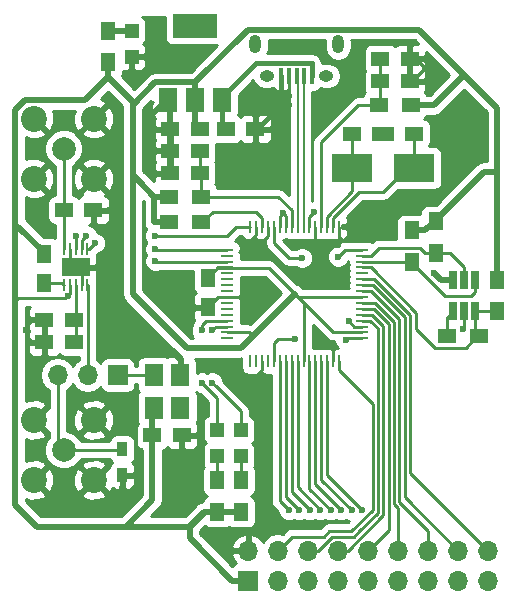
<source format=gtl>
%TF.GenerationSoftware,KiCad,Pcbnew,4.0.6*%
%TF.CreationDate,2017-04-05T20:33:35-07:00*%
%TF.ProjectId,wavegen,7761766567656E2E6B696361645F7063,rev?*%
%TF.FileFunction,Copper,L1,Top,Signal*%
%FSLAX46Y46*%
G04 Gerber Fmt 4.6, Leading zero omitted, Abs format (unit mm)*
G04 Created by KiCad (PCBNEW 4.0.6) date 04/05/17 20:33:35*
%MOMM*%
%LPD*%
G01*
G04 APERTURE LIST*
%ADD10C,0.100000*%
%ADD11R,1.500000X1.250000*%
%ADD12R,1.500000X1.300000*%
%ADD13R,1.300000X1.500000*%
%ADD14R,2.380000X1.640000*%
%ADD15R,0.250000X1.000000*%
%ADD16R,1.250000X1.500000*%
%ADD17R,1.200000X1.200000*%
%ADD18R,0.400000X1.350000*%
%ADD19O,1.250000X0.950000*%
%ADD20O,1.000000X1.550000*%
%ADD21C,2.200000*%
%ADD22C,2.000000*%
%ADD23R,1.700000X1.700000*%
%ADD24O,1.700000X1.700000*%
%ADD25R,0.900000X1.200000*%
%ADD26R,0.650000X1.560000*%
%ADD27R,1.000000X0.250000*%
%ADD28R,1.650000X1.950000*%
%ADD29R,3.800000X2.000000*%
%ADD30R,1.500000X2.000000*%
%ADD31R,3.500000X2.400000*%
%ADD32C,0.600000*%
%ADD33C,0.250000*%
%ADD34C,0.400000*%
%ADD35C,0.508000*%
%ADD36C,0.200000*%
%ADD37C,0.254000*%
G04 APERTURE END LIST*
D10*
D11*
X85042210Y-65470440D03*
X82542210Y-65470440D03*
D12*
X82478800Y-69383142D03*
X85178800Y-69383142D03*
D11*
X85042210Y-67375440D03*
X82542210Y-67375440D03*
D13*
X105029000Y-71421000D03*
X105029000Y-74121000D03*
D14*
X74549000Y-75311000D03*
D15*
X73549000Y-76811000D03*
X74049000Y-76811000D03*
X74549000Y-76811000D03*
X75049000Y-76811000D03*
X75549000Y-76811000D03*
X75549000Y-73811000D03*
X75049000Y-73811000D03*
X74549000Y-73811000D03*
X74049000Y-73811000D03*
X73549000Y-73811000D03*
D11*
X97937000Y-64008000D03*
X100437000Y-64008000D03*
X103231000Y-64008000D03*
X100731000Y-64008000D03*
X87269000Y-63627000D03*
X89769000Y-63627000D03*
X85070000Y-63627000D03*
X82570000Y-63627000D03*
X81046000Y-89535000D03*
X83546000Y-89535000D03*
X74402000Y-79756000D03*
X71902000Y-79756000D03*
X74402000Y-81661000D03*
X71902000Y-81661000D03*
D16*
X71882000Y-74188000D03*
X71882000Y-76688000D03*
D11*
X73553000Y-70485000D03*
X76053000Y-70485000D03*
X100350000Y-59563000D03*
X102850000Y-59563000D03*
X100350000Y-57658000D03*
X102850000Y-57658000D03*
D17*
X79280000Y-55288000D03*
X79280000Y-57488000D03*
X88519000Y-91313000D03*
X88519000Y-89113000D03*
X86544864Y-91313000D03*
X86544864Y-89113000D03*
D18*
X94568800Y-59135000D03*
X93918800Y-59135000D03*
X93268800Y-59135000D03*
X92618800Y-59135000D03*
X91968800Y-59135000D03*
D19*
X95768800Y-59135000D03*
X90768800Y-59135000D03*
D20*
X96768800Y-56435000D03*
X89768800Y-56435000D03*
D21*
X76073000Y-88265000D03*
X76073000Y-93345000D03*
X70993000Y-93345000D03*
X70993000Y-88265000D03*
D22*
X73533000Y-90805000D03*
D21*
X70993000Y-67818000D03*
X70993000Y-62738000D03*
X76073000Y-62738000D03*
X76073000Y-67818000D03*
D22*
X73533000Y-65278000D03*
D23*
X89154000Y-101854000D03*
D24*
X89154000Y-99314000D03*
X91694000Y-101854000D03*
X91694000Y-99314000D03*
X94234000Y-101854000D03*
X94234000Y-99314000D03*
X96774000Y-101854000D03*
X96774000Y-99314000D03*
X99314000Y-101854000D03*
X99314000Y-99314000D03*
X101854000Y-101854000D03*
X101854000Y-99314000D03*
X104394000Y-101854000D03*
X104394000Y-99314000D03*
X106934000Y-101854000D03*
X106934000Y-99314000D03*
X109474000Y-101854000D03*
X109474000Y-99314000D03*
D23*
X78105000Y-84455000D03*
D24*
X75565000Y-84455000D03*
X73025000Y-84455000D03*
D12*
X102950000Y-61595000D03*
X100250000Y-61595000D03*
D25*
X78486000Y-90721000D03*
X78486000Y-92921000D03*
D13*
X77290000Y-55290000D03*
X77290000Y-57990000D03*
X88519000Y-93345000D03*
X88519000Y-96045000D03*
X86544864Y-93345000D03*
X86544864Y-96045000D03*
X110236000Y-76374000D03*
X110236000Y-79074000D03*
X102997000Y-72183000D03*
X102997000Y-74883000D03*
D12*
X108665000Y-81153000D03*
X105965000Y-81153000D03*
X85144600Y-71526400D03*
X82444600Y-71526400D03*
D26*
X106492000Y-79074000D03*
X107442000Y-79074000D03*
X108392000Y-79074000D03*
X108392000Y-76374000D03*
X106492000Y-76374000D03*
X107442000Y-76374000D03*
D15*
X96841000Y-71897000D03*
X96341000Y-71897000D03*
X95841000Y-71897000D03*
X95341000Y-71897000D03*
X94841000Y-71897000D03*
X94341000Y-71897000D03*
X93841000Y-71897000D03*
X93341000Y-71897000D03*
X92841000Y-71897000D03*
X92341000Y-71897000D03*
X91841000Y-71897000D03*
X91341000Y-71897000D03*
X90841000Y-71897000D03*
X90341000Y-71897000D03*
X89841000Y-71897000D03*
X89341000Y-71897000D03*
D27*
X87391000Y-73847000D03*
X87391000Y-74347000D03*
X87391000Y-74847000D03*
X87391000Y-75347000D03*
X87391000Y-75847000D03*
X87391000Y-76347000D03*
X87391000Y-76847000D03*
X87391000Y-77347000D03*
X87391000Y-77847000D03*
X87391000Y-78347000D03*
X87391000Y-78847000D03*
X87391000Y-79347000D03*
X87391000Y-79847000D03*
X87391000Y-80347000D03*
X87391000Y-80847000D03*
X87391000Y-81347000D03*
D15*
X89341000Y-83297000D03*
X89841000Y-83297000D03*
X90341000Y-83297000D03*
X90841000Y-83297000D03*
X91341000Y-83297000D03*
X91841000Y-83297000D03*
X92341000Y-83297000D03*
X92841000Y-83297000D03*
X93341000Y-83297000D03*
X93841000Y-83297000D03*
X94341000Y-83297000D03*
X94841000Y-83297000D03*
X95341000Y-83297000D03*
X95841000Y-83297000D03*
X96341000Y-83297000D03*
X96841000Y-83297000D03*
D27*
X98791000Y-81347000D03*
X98791000Y-80847000D03*
X98791000Y-80347000D03*
X98791000Y-79847000D03*
X98791000Y-79347000D03*
X98791000Y-78847000D03*
X98791000Y-78347000D03*
X98791000Y-77847000D03*
X98791000Y-77347000D03*
X98791000Y-76847000D03*
X98791000Y-76347000D03*
X98791000Y-75847000D03*
X98791000Y-75347000D03*
X98791000Y-74847000D03*
X98791000Y-74347000D03*
X98791000Y-73847000D03*
D28*
X83396000Y-87227000D03*
X83396000Y-84477000D03*
X81196000Y-84477000D03*
X81196000Y-87227000D03*
D29*
X84645500Y-54889000D03*
D30*
X84645500Y-61189000D03*
X86945500Y-61189000D03*
X82345500Y-61189000D03*
D16*
X85725000Y-76220000D03*
X85725000Y-78720000D03*
D31*
X97984000Y-66929000D03*
X103184000Y-66929000D03*
D32*
X88011000Y-85471000D03*
X84074000Y-78740000D03*
X92618800Y-60833000D03*
X92583000Y-61595000D03*
X70358000Y-80645000D03*
X92075034Y-70739000D03*
X77470000Y-70485000D03*
X91968800Y-60853800D03*
X91968800Y-61552200D03*
X104140000Y-58420000D03*
X82550000Y-82423000D03*
X107315000Y-80518000D03*
X80645000Y-64770000D03*
X80645000Y-63754000D03*
X80645000Y-62738000D03*
X79756000Y-59055000D03*
X88900000Y-74041000D03*
X96393000Y-82169000D03*
X97663000Y-79883000D03*
X96774000Y-73406000D03*
X94869000Y-73406000D03*
X73787000Y-75692000D03*
X73787000Y-74930000D03*
X75311000Y-75692000D03*
X75311000Y-74930000D03*
X78486000Y-94107000D03*
X84963000Y-89535000D03*
X73924000Y-77744014D03*
X110236000Y-74422000D03*
X104902000Y-75819000D03*
X97394492Y-81472010D03*
X93091000Y-81407000D03*
X93726000Y-74549000D03*
X96774000Y-74422000D03*
X86106000Y-85090000D03*
X86106000Y-80645012D03*
X85217004Y-85090000D03*
X85209216Y-80681165D03*
X92583000Y-95885000D03*
X93472000Y-95885000D03*
X94361000Y-95885000D03*
X95250000Y-95885000D03*
X96139000Y-95885000D03*
X97028000Y-95885000D03*
X97917000Y-95885000D03*
X98806000Y-95885000D03*
X94716000Y-70675500D03*
X81280000Y-74803008D03*
X74549000Y-72644000D03*
X81280004Y-72644000D03*
X75437994Y-72644000D03*
X81280006Y-73787000D03*
X76200000Y-73269000D03*
D33*
X97937000Y-64008000D02*
X97937000Y-66882000D01*
X97937000Y-66882000D02*
X97984000Y-66929000D01*
X97984000Y-68894000D02*
X95841000Y-71037000D01*
X97984000Y-66929000D02*
X97984000Y-68894000D01*
X95841000Y-71037000D02*
X95841000Y-71147000D01*
X95841000Y-71147000D02*
X95841000Y-71897000D01*
X90341000Y-83297000D02*
X90341000Y-84047000D01*
X90341000Y-84047000D02*
X88917000Y-85471000D01*
X88917000Y-85471000D02*
X88011000Y-85471000D01*
X85725000Y-78720000D02*
X84094000Y-78720000D01*
X84094000Y-78720000D02*
X84074000Y-78740000D01*
X92618800Y-60833000D02*
X92618800Y-61559200D01*
X92618800Y-59135000D02*
X92618800Y-60833000D01*
X92618800Y-61559200D02*
X92583000Y-61595000D01*
X88435264Y-85471000D02*
X88011000Y-85471000D01*
X88917000Y-85471000D02*
X88435264Y-85471000D01*
X70358000Y-80518000D02*
X70358000Y-80645000D01*
X70358000Y-80518000D02*
X70358000Y-80264000D01*
X70358000Y-81117000D02*
X70358000Y-80518000D01*
X70358000Y-80264000D02*
X70866000Y-79756000D01*
X70866000Y-79756000D02*
X71902000Y-79756000D01*
X71902000Y-81661000D02*
X70902000Y-81661000D01*
X70902000Y-81661000D02*
X70358000Y-81117000D01*
X91841000Y-71897000D02*
X91841000Y-70973034D01*
X91841000Y-70973034D02*
X92075034Y-70739000D01*
X92341000Y-71897000D02*
X92341000Y-71004966D01*
X92341000Y-71004966D02*
X92075034Y-70739000D01*
X88392000Y-74041000D02*
X89447000Y-74041000D01*
X89447000Y-74041000D02*
X90841000Y-72647000D01*
X90841000Y-72647000D02*
X90841000Y-71897000D01*
X88392000Y-74041000D02*
X89841000Y-72592000D01*
X89841000Y-72592000D02*
X89841000Y-71897000D01*
X76053000Y-70485000D02*
X77470000Y-70485000D01*
X87391000Y-77847000D02*
X86598000Y-77847000D01*
X86598000Y-77847000D02*
X85725000Y-78720000D01*
D34*
X91968800Y-59135000D02*
X91968800Y-60325000D01*
X91968800Y-60431200D02*
X91968800Y-60325000D01*
X91968800Y-59135000D02*
X91968800Y-60853800D01*
X91968800Y-59135000D02*
X91968800Y-61552200D01*
X91968800Y-61552200D02*
X89894000Y-63627000D01*
X89894000Y-63627000D02*
X89769000Y-63627000D01*
D33*
X102850000Y-59563000D02*
X102997000Y-59563000D01*
X102997000Y-59563000D02*
X104140000Y-58420000D01*
X102850000Y-57658000D02*
X103378000Y-57658000D01*
X103378000Y-57658000D02*
X104140000Y-58420000D01*
X74049000Y-73811000D02*
X74049000Y-74668000D01*
X74049000Y-74668000D02*
X73787000Y-74930000D01*
X83396000Y-84477000D02*
X83396000Y-83269000D01*
X83396000Y-83269000D02*
X82550000Y-82423000D01*
X107442000Y-79074000D02*
X107442000Y-80391000D01*
X107442000Y-80391000D02*
X107315000Y-80518000D01*
D35*
X80645000Y-63754000D02*
X80645000Y-64770000D01*
X80645000Y-62738000D02*
X80645000Y-63754000D01*
X82345500Y-61189000D02*
X82194000Y-61189000D01*
X82194000Y-61189000D02*
X80645000Y-62738000D01*
D33*
X75049000Y-76811000D02*
X75049000Y-75954000D01*
X75049000Y-75954000D02*
X75311000Y-75692000D01*
D35*
X82570000Y-63627000D02*
X82570000Y-61413500D01*
X82570000Y-61413500D02*
X82345500Y-61189000D01*
X82570000Y-63627000D02*
X82570000Y-65442650D01*
X82570000Y-65442650D02*
X82542210Y-65470440D01*
X79280000Y-57488000D02*
X79280000Y-58579000D01*
X79280000Y-58579000D02*
X79756000Y-59055000D01*
X82542210Y-67375440D02*
X82542210Y-65470440D01*
D33*
X90841000Y-72608000D02*
X90841000Y-71897000D01*
X96393000Y-82169000D02*
X96341000Y-82221000D01*
X96341000Y-82221000D02*
X96341000Y-83297000D01*
X98127000Y-80347000D02*
X98791000Y-80347000D01*
X97663000Y-79883000D02*
X98127000Y-80347000D01*
X87391000Y-77847000D02*
X88515000Y-77847000D01*
X88515000Y-77847000D02*
X88519000Y-77851000D01*
X96841000Y-71897000D02*
X96841000Y-73339000D01*
X96841000Y-73339000D02*
X96774000Y-73406000D01*
X94841000Y-71897000D02*
X94841000Y-73378000D01*
X94841000Y-73378000D02*
X94869000Y-73406000D01*
X78486000Y-92921000D02*
X78486000Y-94107000D01*
X83546000Y-89535000D02*
X84963000Y-89535000D01*
X103184000Y-66929000D02*
X103184000Y-64055000D01*
X103184000Y-64055000D02*
X103231000Y-64008000D01*
X103184000Y-66929000D02*
X102634000Y-66929000D01*
X102634000Y-66929000D02*
X100602000Y-68961000D01*
X100602000Y-68961000D02*
X98553410Y-68961000D01*
X98553410Y-68961000D02*
X96341000Y-71173410D01*
X96341000Y-71173410D02*
X96341000Y-71897000D01*
D34*
X86945500Y-61189000D02*
X86945500Y-63303500D01*
X86945500Y-63303500D02*
X87269000Y-63627000D01*
X94568800Y-58060000D02*
X89824500Y-58060000D01*
X89824500Y-58060000D02*
X86945500Y-60939000D01*
X86945500Y-60939000D02*
X86945500Y-61189000D01*
X94568800Y-58060000D02*
X94568800Y-59135000D01*
D33*
X98041000Y-77847000D02*
X93472000Y-77847000D01*
X93472000Y-77847000D02*
X93341000Y-77847000D01*
D35*
X69438999Y-71882000D02*
X69438999Y-61992079D01*
X69438999Y-74137999D02*
X69438999Y-71882000D01*
X69438999Y-71882000D02*
X69701000Y-71882000D01*
X69701000Y-71882000D02*
X71882000Y-74063000D01*
X71882000Y-74063000D02*
X71882000Y-74188000D01*
X69438999Y-61992079D02*
X70247079Y-61183999D01*
X70247079Y-61183999D02*
X75341001Y-61183999D01*
X75341001Y-61183999D02*
X77277000Y-59248000D01*
X77277000Y-59248000D02*
X77290000Y-59248000D01*
X69438999Y-78232000D02*
X69438999Y-74168000D01*
X89154000Y-101854000D02*
X87796000Y-101854000D01*
X87796000Y-101854000D02*
X84201000Y-98259000D01*
X84201000Y-98259000D02*
X84201000Y-97230864D01*
X84201000Y-97230864D02*
X85386864Y-96045000D01*
X85386864Y-96045000D02*
X85386864Y-96096136D01*
X84201000Y-97282000D02*
X78776422Y-97282000D01*
X85386864Y-96096136D02*
X84201000Y-97282000D01*
D33*
X87391000Y-75347000D02*
X86598000Y-75347000D01*
X86598000Y-75347000D02*
X85725000Y-76220000D01*
X74049000Y-77561000D02*
X73924000Y-77744014D01*
X73924000Y-77744014D02*
X73640000Y-77970000D01*
X73025000Y-77970000D02*
X72263000Y-77970000D01*
X72263000Y-77970000D02*
X69700999Y-77970000D01*
X74049000Y-76811000D02*
X74049000Y-77561000D01*
X73640000Y-77970000D02*
X73025000Y-77970000D01*
X69700999Y-77970000D02*
X69438999Y-78232000D01*
D35*
X69438999Y-95473999D02*
X69438999Y-78232000D01*
X81046000Y-89535000D02*
X81046000Y-87377000D01*
X81046000Y-87377000D02*
X81196000Y-87227000D01*
D33*
X93841000Y-78347000D02*
X96341000Y-80847000D01*
X96341000Y-80847000D02*
X98791000Y-80847000D01*
D35*
X110236000Y-71300000D02*
X110236000Y-74422000D01*
X110236000Y-74422000D02*
X110236000Y-75116000D01*
X106492000Y-76374000D02*
X105457000Y-76374000D01*
X105457000Y-76374000D02*
X104902000Y-75819000D01*
X103606192Y-55205990D02*
X107455202Y-59055000D01*
X107455202Y-59055000D02*
X110236000Y-61835798D01*
X102950000Y-61595000D02*
X104915202Y-61595000D01*
X104915202Y-61595000D02*
X107455202Y-59055000D01*
D33*
X93841000Y-83297000D02*
X93841000Y-78347000D01*
X93841000Y-78347000D02*
X93091000Y-77597000D01*
D35*
X88646000Y-82042000D02*
X89535000Y-81153000D01*
X89535000Y-81153000D02*
X93091000Y-77597000D01*
D33*
X87391000Y-80847000D02*
X89229000Y-80847000D01*
X89229000Y-80847000D02*
X89535000Y-81153000D01*
X93341000Y-77847000D02*
X93091000Y-77597000D01*
X87391000Y-75347000D02*
X86641000Y-75347000D01*
X86641000Y-75347000D02*
X86591001Y-75396999D01*
X86591001Y-75396999D02*
X90890999Y-75396999D01*
X90890999Y-75396999D02*
X93091000Y-77597000D01*
D35*
X79380000Y-67542342D02*
X79380000Y-77602000D01*
X79380000Y-77602000D02*
X83947000Y-82169000D01*
X83947000Y-82169000D02*
X88519000Y-82169000D01*
X88519000Y-82169000D02*
X88646000Y-82042000D01*
D33*
X98791000Y-77847000D02*
X98041000Y-77847000D01*
X98041000Y-77847000D02*
X98037000Y-77851000D01*
D35*
X69438999Y-95473999D02*
X71247000Y-97282000D01*
X71247000Y-97282000D02*
X78776422Y-97282000D01*
X78776422Y-97282000D02*
X81046000Y-95012422D01*
X81046000Y-95012422D02*
X81046000Y-90668000D01*
X81046000Y-90668000D02*
X81046000Y-89535000D01*
X84645500Y-61189000D02*
X84645500Y-63202500D01*
X84645500Y-63202500D02*
X85070000Y-63627000D01*
X77290000Y-57990000D02*
X77290000Y-59248000D01*
X77290000Y-59248000D02*
X79380000Y-61338000D01*
X79380000Y-61338000D02*
X79380000Y-61587298D01*
X84645500Y-59681000D02*
X81286298Y-59681000D01*
X81286298Y-59681000D02*
X79380000Y-61587298D01*
X79380000Y-61587298D02*
X79380000Y-67542342D01*
X79380000Y-67542342D02*
X79970000Y-68132342D01*
X81186600Y-71526400D02*
X81186600Y-69348942D01*
X81186600Y-69348942D02*
X79970000Y-68132342D01*
X81220800Y-69383142D02*
X82478800Y-69383142D01*
X79970000Y-68132342D02*
X81220800Y-69383142D01*
X81186600Y-71526400D02*
X82444600Y-71526400D01*
X89120510Y-55205990D02*
X84645500Y-59681000D01*
X84645500Y-59681000D02*
X84645500Y-61189000D01*
X110236000Y-71342000D02*
X110236000Y-71300000D01*
X105029000Y-71294000D02*
X105046000Y-71294000D01*
X105046000Y-71294000D02*
X109100000Y-67240000D01*
X109100000Y-67240000D02*
X110236000Y-67240000D01*
X110236000Y-61835798D02*
X110236000Y-67240000D01*
X110236000Y-67240000D02*
X110236000Y-71300000D01*
X110230000Y-71294000D02*
X110236000Y-71300000D01*
X102997000Y-72183000D02*
X104140000Y-72183000D01*
X104140000Y-72183000D02*
X105029000Y-71294000D01*
X89120510Y-55205990D02*
X103606192Y-55205990D01*
X110236000Y-75116000D02*
X110236000Y-76374000D01*
X88519000Y-96045000D02*
X86544864Y-96045000D01*
X86544864Y-96045000D02*
X85386864Y-96045000D01*
D33*
X97519502Y-81347000D02*
X97394492Y-81472010D01*
X98791000Y-81347000D02*
X97519502Y-81347000D01*
X91341000Y-81760000D02*
X91694000Y-81407000D01*
X91694000Y-81407000D02*
X93091000Y-81407000D01*
X91341000Y-83297000D02*
X91341000Y-81760000D01*
X91341000Y-73307000D02*
X92583000Y-74549000D01*
X92583000Y-74549000D02*
X93726000Y-74549000D01*
X91341000Y-71897000D02*
X91341000Y-73307000D01*
X98791000Y-73847000D02*
X97349000Y-73847000D01*
X97349000Y-73847000D02*
X96774000Y-74422000D01*
X74549000Y-78613000D02*
X74549000Y-81514000D01*
X74549000Y-81514000D02*
X74402000Y-81661000D01*
X74549000Y-79609000D02*
X74549000Y-78613000D01*
X74549000Y-78613000D02*
X74549000Y-78486000D01*
X74549000Y-78486000D02*
X74549000Y-76811000D01*
X74549000Y-79609000D02*
X74402000Y-79756000D01*
X71882000Y-76688000D02*
X73426000Y-76688000D01*
X73426000Y-76688000D02*
X73549000Y-76811000D01*
X73533000Y-65278000D02*
X73533000Y-70465000D01*
X73533000Y-70465000D02*
X73553000Y-70485000D01*
X73549000Y-73811000D02*
X73549000Y-70489000D01*
X73549000Y-70489000D02*
X73553000Y-70485000D01*
X73549000Y-70489000D02*
X73553000Y-70485000D01*
X100350000Y-59563000D02*
X100350000Y-61495000D01*
X100350000Y-61495000D02*
X100250000Y-61595000D01*
X100350000Y-57658000D02*
X100350000Y-59563000D01*
X95341000Y-64742000D02*
X98488000Y-61595000D01*
X98488000Y-61595000D02*
X100250000Y-61595000D01*
X95341000Y-71897000D02*
X95341000Y-64742000D01*
X91700698Y-69383142D02*
X86178800Y-69383142D01*
X92841000Y-70523444D02*
X91700698Y-69383142D01*
X92841000Y-71897000D02*
X92841000Y-70523444D01*
X86178800Y-69383142D02*
X85178800Y-69383142D01*
X85178800Y-67512030D02*
X85042210Y-67375440D01*
X85344000Y-69448342D02*
X85278800Y-69383142D01*
X85278800Y-69383142D02*
X85178800Y-69383142D01*
X85042210Y-67375440D02*
X85042210Y-65470440D01*
X85178800Y-69383142D02*
X85178800Y-67512030D01*
D35*
X79280000Y-55288000D02*
X77292000Y-55288000D01*
X77292000Y-55288000D02*
X77290000Y-55290000D01*
D33*
X88519000Y-93345000D02*
X88519000Y-91313000D01*
X86405999Y-85389999D02*
X86106000Y-85090000D01*
X88519000Y-87503000D02*
X86405999Y-85389999D01*
X88519000Y-89113000D02*
X88519000Y-87503000D01*
X87391000Y-80347000D02*
X86404012Y-80347000D01*
X86404012Y-80347000D02*
X86106000Y-80645012D01*
X86544864Y-93345000D02*
X86544864Y-91313000D01*
X86544864Y-86417860D02*
X85517003Y-85389999D01*
X85517003Y-85389999D02*
X85217004Y-85090000D01*
X86544864Y-89113000D02*
X86544864Y-86417860D01*
X87391000Y-79847000D02*
X85619117Y-79847000D01*
X85619117Y-79847000D02*
X85209216Y-80256901D01*
X85209216Y-80256901D02*
X85209216Y-80681165D01*
X73025000Y-84455000D02*
X73025000Y-90297000D01*
X73025000Y-90297000D02*
X73533000Y-90805000D01*
X73533000Y-90805000D02*
X78402000Y-90805000D01*
X78402000Y-90805000D02*
X78486000Y-90721000D01*
X91821000Y-83317000D02*
X91841000Y-83297000D01*
X92583000Y-95885000D02*
X91821000Y-95123000D01*
X91821000Y-95123000D02*
X91821000Y-83317000D01*
X91694000Y-99314000D02*
X92869001Y-98138999D01*
X99695000Y-95885000D02*
X99695000Y-86901000D01*
X92869001Y-98138999D02*
X95573589Y-98138999D01*
X95573589Y-98138999D02*
X96023599Y-97688988D01*
X96023599Y-97688988D02*
X97891012Y-97688988D01*
X97891012Y-97688988D02*
X99695000Y-95885000D01*
X99695000Y-86901000D02*
X96841000Y-84047000D01*
X96841000Y-84047000D02*
X96841000Y-83297000D01*
X93472000Y-95885000D02*
X92329000Y-94742000D01*
X92329000Y-94742000D02*
X92329000Y-83309000D01*
X92329000Y-83309000D02*
X92341000Y-83297000D01*
X94234000Y-99314000D02*
X95034998Y-99314000D01*
X95034998Y-99314000D02*
X96209999Y-98138999D01*
X96209999Y-98138999D02*
X98113589Y-98138999D01*
X100145011Y-96107577D02*
X100145011Y-80491009D01*
X98113589Y-98138999D02*
X98563600Y-97688988D01*
X98563600Y-97688988D02*
X100145011Y-96107577D01*
X100145011Y-80491009D02*
X99501002Y-79847000D01*
X99501002Y-79847000D02*
X98791000Y-79847000D01*
X94361000Y-95885000D02*
X92841000Y-94365000D01*
X92841000Y-94365000D02*
X92841000Y-83297000D01*
X96774000Y-99314000D02*
X97574998Y-99314000D01*
X97574998Y-99314000D02*
X100595022Y-96293976D01*
X100595022Y-96293976D02*
X100595022Y-80304609D01*
X100595022Y-80304609D02*
X99637412Y-79347000D01*
X99637412Y-79347000D02*
X99541000Y-79347000D01*
X99541000Y-79347000D02*
X98791000Y-79347000D01*
X95250000Y-95885000D02*
X93341000Y-93976000D01*
X93341000Y-93976000D02*
X93341000Y-83297000D01*
X99314000Y-99314000D02*
X101045033Y-97582967D01*
X101045033Y-80118210D02*
X99773823Y-78847000D01*
X99541000Y-78847000D02*
X98791000Y-78847000D01*
X99773823Y-78847000D02*
X99541000Y-78847000D01*
X101045033Y-97582967D02*
X101045033Y-80118210D01*
X96139000Y-95885000D02*
X94341000Y-94087000D01*
X94341000Y-94087000D02*
X94341000Y-83297000D01*
X101495044Y-95360220D02*
X101495044Y-79931811D01*
X101495044Y-79931811D02*
X99910233Y-78347000D01*
X99541000Y-78347000D02*
X98791000Y-78347000D01*
X101854000Y-95719176D02*
X101495044Y-95360220D01*
X101854000Y-99314000D02*
X101854000Y-95719176D01*
X99910233Y-78347000D02*
X99541000Y-78347000D01*
X97028000Y-95885000D02*
X94841000Y-93698000D01*
X94841000Y-93698000D02*
X94841000Y-83297000D01*
X99541000Y-77347000D02*
X98791000Y-77347000D01*
X104394000Y-99314000D02*
X104394000Y-97622765D01*
X101945055Y-79745409D02*
X99546646Y-77347000D01*
X101945055Y-95173820D02*
X101945055Y-79745409D01*
X99546646Y-77347000D02*
X99541000Y-77347000D01*
X104394000Y-97622765D02*
X101945055Y-95173820D01*
X97917000Y-95885000D02*
X95341000Y-93309000D01*
X95341000Y-93309000D02*
X95341000Y-84047000D01*
X95341000Y-84047000D02*
X95341000Y-83297000D01*
X99541000Y-76847000D02*
X98791000Y-76847000D01*
X99683048Y-76847000D02*
X99541000Y-76847000D01*
X102395066Y-79559018D02*
X99683048Y-76847000D01*
X106934000Y-99314000D02*
X102395066Y-94775066D01*
X102395066Y-94775066D02*
X102395066Y-79559018D01*
X98806000Y-95885000D02*
X95841000Y-92920000D01*
X95841000Y-92920000D02*
X95841000Y-83297000D01*
X109474000Y-99314000D02*
X102870000Y-92710000D01*
X102870000Y-92710000D02*
X102870000Y-79397532D01*
X102870000Y-79397532D02*
X99819468Y-76347000D01*
X99819468Y-76347000D02*
X99541000Y-76347000D01*
X99541000Y-76347000D02*
X98791000Y-76347000D01*
X78105000Y-84455000D02*
X81174000Y-84455000D01*
X81174000Y-84455000D02*
X81196000Y-84477000D01*
X75565000Y-84455000D02*
X75565000Y-76827000D01*
X75565000Y-76827000D02*
X75549000Y-76811000D01*
X103378000Y-79184000D02*
X103378000Y-80551002D01*
X103378000Y-80551002D02*
X104954999Y-82128001D01*
X104954999Y-82128001D02*
X107589999Y-82128001D01*
X107589999Y-82128001D02*
X108565000Y-81153000D01*
X108565000Y-81153000D02*
X108665000Y-81153000D01*
X98791000Y-75347000D02*
X99541000Y-75347000D01*
X99541000Y-75347000D02*
X103378000Y-79184000D01*
X108392000Y-79074000D02*
X108392000Y-80880000D01*
X108392000Y-80880000D02*
X108665000Y-81153000D01*
X99477000Y-75347000D02*
X98791000Y-75347000D01*
X110236000Y-79074000D02*
X108392000Y-79074000D01*
X105029000Y-74121000D02*
X106219000Y-74121000D01*
X106219000Y-74121000D02*
X107442000Y-75344000D01*
X107442000Y-75344000D02*
X107442000Y-76374000D01*
X98791000Y-74347000D02*
X99541000Y-74347000D01*
X104129000Y-74121000D02*
X105029000Y-74121000D01*
X99541000Y-74347000D02*
X100228000Y-73660000D01*
X100228000Y-73660000D02*
X103668000Y-73660000D01*
X103668000Y-73660000D02*
X104129000Y-74121000D01*
X107442000Y-76374000D02*
X107442000Y-75692000D01*
X108392000Y-76374000D02*
X108392000Y-77404000D01*
X108392000Y-77404000D02*
X108005991Y-77790009D01*
X105857009Y-77790009D02*
X102997000Y-74930000D01*
X108005991Y-77790009D02*
X105857009Y-77790009D01*
X102997000Y-74930000D02*
X102997000Y-74883000D01*
X103437001Y-75323001D02*
X102997000Y-74883000D01*
X98791000Y-74847000D02*
X102271000Y-74847000D01*
X102271000Y-74847000D02*
X102997000Y-74883000D01*
X105965000Y-81153000D02*
X105965000Y-79601000D01*
X105965000Y-79601000D02*
X106492000Y-79074000D01*
X90341000Y-71897000D02*
X90341000Y-71147000D01*
X90341000Y-71147000D02*
X89820400Y-70626400D01*
X89820400Y-70626400D02*
X86144600Y-70626400D01*
X86144600Y-70626400D02*
X85244600Y-71526400D01*
X85244600Y-71526400D02*
X85144600Y-71526400D01*
X94341000Y-71897000D02*
X94341000Y-71050500D01*
X94341000Y-71050500D02*
X94716000Y-70675500D01*
X87391000Y-74847000D02*
X81323992Y-74847000D01*
X81323992Y-74847000D02*
X81280000Y-74803008D01*
X74549000Y-73811000D02*
X74549000Y-72644000D01*
X89341000Y-71897000D02*
X88123000Y-71897000D01*
X88123000Y-71897000D02*
X87376000Y-72644000D01*
X87376000Y-72644000D02*
X81704268Y-72644000D01*
X81704268Y-72644000D02*
X81280004Y-72644000D01*
X75049000Y-73032994D02*
X75137995Y-72943999D01*
X75049000Y-73811000D02*
X75049000Y-73032994D01*
X75137995Y-72943999D02*
X75437994Y-72644000D01*
X87391000Y-73847000D02*
X81340006Y-73847000D01*
X81340006Y-73847000D02*
X81280006Y-73787000D01*
X75549000Y-73811000D02*
X75658000Y-73811000D01*
X75658000Y-73811000D02*
X76200000Y-73269000D01*
D36*
X93841000Y-71897000D02*
X93841000Y-59212800D01*
X93841000Y-59212800D02*
X93918800Y-59135000D01*
X93341000Y-71897000D02*
X93341000Y-59207200D01*
X93341000Y-59207200D02*
X93268800Y-59135000D01*
D37*
G36*
X88568560Y-83797000D02*
X88612838Y-84032317D01*
X88751910Y-84248441D01*
X88964110Y-84393431D01*
X89216000Y-84444440D01*
X89466000Y-84444440D01*
X89595589Y-84420056D01*
X89716000Y-84444440D01*
X89966000Y-84444440D01*
X90071705Y-84424550D01*
X90089690Y-84432000D01*
X90119750Y-84432000D01*
X90140062Y-84411688D01*
X90201317Y-84400162D01*
X90341727Y-84309810D01*
X90464110Y-84393431D01*
X90538808Y-84408558D01*
X90562250Y-84432000D01*
X90592310Y-84432000D01*
X90612753Y-84423532D01*
X90716000Y-84444440D01*
X90966000Y-84444440D01*
X91061000Y-84426564D01*
X91061000Y-95123000D01*
X91118852Y-95413839D01*
X91283599Y-95660401D01*
X91647878Y-96024680D01*
X91647838Y-96070167D01*
X91789883Y-96413943D01*
X92052673Y-96677192D01*
X92396201Y-96819838D01*
X92768167Y-96820162D01*
X93027714Y-96712920D01*
X93285201Y-96819838D01*
X93657167Y-96820162D01*
X93916714Y-96712920D01*
X94174201Y-96819838D01*
X94546167Y-96820162D01*
X94805714Y-96712920D01*
X95063201Y-96819838D01*
X95435167Y-96820162D01*
X95694714Y-96712920D01*
X95952201Y-96819838D01*
X96324167Y-96820162D01*
X96583714Y-96712920D01*
X96841201Y-96819838D01*
X97213167Y-96820162D01*
X97472714Y-96712920D01*
X97698517Y-96806681D01*
X97576210Y-96928988D01*
X96023599Y-96928988D01*
X95732759Y-96986840D01*
X95486197Y-97151587D01*
X95258786Y-97378999D01*
X92869001Y-97378999D01*
X92578161Y-97436851D01*
X92331600Y-97601598D01*
X92060408Y-97872790D01*
X91694000Y-97799907D01*
X91125715Y-97912946D01*
X90643946Y-98234853D01*
X90416298Y-98575553D01*
X90349183Y-98432642D01*
X89920924Y-98042355D01*
X89510890Y-97872524D01*
X89281000Y-97993845D01*
X89281000Y-99187000D01*
X89301000Y-99187000D01*
X89301000Y-99441000D01*
X89281000Y-99441000D01*
X89281000Y-99461000D01*
X89027000Y-99461000D01*
X89027000Y-99441000D01*
X87833181Y-99441000D01*
X87712514Y-99670892D01*
X87958817Y-100195358D01*
X88164504Y-100382808D01*
X88068683Y-100400838D01*
X87852559Y-100539910D01*
X87806523Y-100607287D01*
X86156344Y-98957108D01*
X87712514Y-98957108D01*
X87833181Y-99187000D01*
X89027000Y-99187000D01*
X89027000Y-97993845D01*
X88797110Y-97872524D01*
X88387076Y-98042355D01*
X87958817Y-98432642D01*
X87712514Y-98957108D01*
X86156344Y-98957108D01*
X85090000Y-97890764D01*
X85090000Y-97650236D01*
X85468214Y-97272022D01*
X85642974Y-97391431D01*
X85894864Y-97442440D01*
X87194864Y-97442440D01*
X87430181Y-97398162D01*
X87531522Y-97332951D01*
X87617110Y-97391431D01*
X87869000Y-97442440D01*
X89169000Y-97442440D01*
X89404317Y-97398162D01*
X89620441Y-97259090D01*
X89765431Y-97046890D01*
X89816440Y-96795000D01*
X89816440Y-95295000D01*
X89772162Y-95059683D01*
X89633090Y-94843559D01*
X89420890Y-94698569D01*
X89407803Y-94695919D01*
X89620441Y-94559090D01*
X89765431Y-94346890D01*
X89816440Y-94095000D01*
X89816440Y-92595000D01*
X89772162Y-92359683D01*
X89680095Y-92216606D01*
X89715431Y-92164890D01*
X89766440Y-91913000D01*
X89766440Y-90713000D01*
X89722162Y-90477683D01*
X89583090Y-90261559D01*
X89513289Y-90213866D01*
X89570441Y-90177090D01*
X89715431Y-89964890D01*
X89766440Y-89713000D01*
X89766440Y-88513000D01*
X89722162Y-88277683D01*
X89583090Y-88061559D01*
X89370890Y-87916569D01*
X89279000Y-87897961D01*
X89279000Y-87503000D01*
X89221148Y-87212161D01*
X89056401Y-86965599D01*
X87041122Y-84950320D01*
X87041162Y-84904833D01*
X86899117Y-84561057D01*
X86636327Y-84297808D01*
X86292799Y-84155162D01*
X85920833Y-84154838D01*
X85661288Y-84262080D01*
X85403803Y-84155162D01*
X85031837Y-84154838D01*
X84794239Y-84253011D01*
X84856000Y-84191250D01*
X84856000Y-83375691D01*
X84759327Y-83142302D01*
X84675025Y-83058000D01*
X88519000Y-83058000D01*
X88568560Y-83048142D01*
X88568560Y-83797000D01*
X88568560Y-83797000D01*
G37*
X88568560Y-83797000D02*
X88612838Y-84032317D01*
X88751910Y-84248441D01*
X88964110Y-84393431D01*
X89216000Y-84444440D01*
X89466000Y-84444440D01*
X89595589Y-84420056D01*
X89716000Y-84444440D01*
X89966000Y-84444440D01*
X90071705Y-84424550D01*
X90089690Y-84432000D01*
X90119750Y-84432000D01*
X90140062Y-84411688D01*
X90201317Y-84400162D01*
X90341727Y-84309810D01*
X90464110Y-84393431D01*
X90538808Y-84408558D01*
X90562250Y-84432000D01*
X90592310Y-84432000D01*
X90612753Y-84423532D01*
X90716000Y-84444440D01*
X90966000Y-84444440D01*
X91061000Y-84426564D01*
X91061000Y-95123000D01*
X91118852Y-95413839D01*
X91283599Y-95660401D01*
X91647878Y-96024680D01*
X91647838Y-96070167D01*
X91789883Y-96413943D01*
X92052673Y-96677192D01*
X92396201Y-96819838D01*
X92768167Y-96820162D01*
X93027714Y-96712920D01*
X93285201Y-96819838D01*
X93657167Y-96820162D01*
X93916714Y-96712920D01*
X94174201Y-96819838D01*
X94546167Y-96820162D01*
X94805714Y-96712920D01*
X95063201Y-96819838D01*
X95435167Y-96820162D01*
X95694714Y-96712920D01*
X95952201Y-96819838D01*
X96324167Y-96820162D01*
X96583714Y-96712920D01*
X96841201Y-96819838D01*
X97213167Y-96820162D01*
X97472714Y-96712920D01*
X97698517Y-96806681D01*
X97576210Y-96928988D01*
X96023599Y-96928988D01*
X95732759Y-96986840D01*
X95486197Y-97151587D01*
X95258786Y-97378999D01*
X92869001Y-97378999D01*
X92578161Y-97436851D01*
X92331600Y-97601598D01*
X92060408Y-97872790D01*
X91694000Y-97799907D01*
X91125715Y-97912946D01*
X90643946Y-98234853D01*
X90416298Y-98575553D01*
X90349183Y-98432642D01*
X89920924Y-98042355D01*
X89510890Y-97872524D01*
X89281000Y-97993845D01*
X89281000Y-99187000D01*
X89301000Y-99187000D01*
X89301000Y-99441000D01*
X89281000Y-99441000D01*
X89281000Y-99461000D01*
X89027000Y-99461000D01*
X89027000Y-99441000D01*
X87833181Y-99441000D01*
X87712514Y-99670892D01*
X87958817Y-100195358D01*
X88164504Y-100382808D01*
X88068683Y-100400838D01*
X87852559Y-100539910D01*
X87806523Y-100607287D01*
X86156344Y-98957108D01*
X87712514Y-98957108D01*
X87833181Y-99187000D01*
X89027000Y-99187000D01*
X89027000Y-97993845D01*
X88797110Y-97872524D01*
X88387076Y-98042355D01*
X87958817Y-98432642D01*
X87712514Y-98957108D01*
X86156344Y-98957108D01*
X85090000Y-97890764D01*
X85090000Y-97650236D01*
X85468214Y-97272022D01*
X85642974Y-97391431D01*
X85894864Y-97442440D01*
X87194864Y-97442440D01*
X87430181Y-97398162D01*
X87531522Y-97332951D01*
X87617110Y-97391431D01*
X87869000Y-97442440D01*
X89169000Y-97442440D01*
X89404317Y-97398162D01*
X89620441Y-97259090D01*
X89765431Y-97046890D01*
X89816440Y-96795000D01*
X89816440Y-95295000D01*
X89772162Y-95059683D01*
X89633090Y-94843559D01*
X89420890Y-94698569D01*
X89407803Y-94695919D01*
X89620441Y-94559090D01*
X89765431Y-94346890D01*
X89816440Y-94095000D01*
X89816440Y-92595000D01*
X89772162Y-92359683D01*
X89680095Y-92216606D01*
X89715431Y-92164890D01*
X89766440Y-91913000D01*
X89766440Y-90713000D01*
X89722162Y-90477683D01*
X89583090Y-90261559D01*
X89513289Y-90213866D01*
X89570441Y-90177090D01*
X89715431Y-89964890D01*
X89766440Y-89713000D01*
X89766440Y-88513000D01*
X89722162Y-88277683D01*
X89583090Y-88061559D01*
X89370890Y-87916569D01*
X89279000Y-87897961D01*
X89279000Y-87503000D01*
X89221148Y-87212161D01*
X89056401Y-86965599D01*
X87041122Y-84950320D01*
X87041162Y-84904833D01*
X86899117Y-84561057D01*
X86636327Y-84297808D01*
X86292799Y-84155162D01*
X85920833Y-84154838D01*
X85661288Y-84262080D01*
X85403803Y-84155162D01*
X85031837Y-84154838D01*
X84794239Y-84253011D01*
X84856000Y-84191250D01*
X84856000Y-83375691D01*
X84759327Y-83142302D01*
X84675025Y-83058000D01*
X88519000Y-83058000D01*
X88568560Y-83048142D01*
X88568560Y-83797000D01*
G36*
X85030205Y-86024838D02*
X85077081Y-86024879D01*
X85784864Y-86732662D01*
X85784864Y-87895666D01*
X85709547Y-87909838D01*
X85493423Y-88048910D01*
X85348433Y-88261110D01*
X85297424Y-88513000D01*
X85297424Y-89713000D01*
X85341702Y-89948317D01*
X85480774Y-90164441D01*
X85550575Y-90212134D01*
X85493423Y-90248910D01*
X85348433Y-90461110D01*
X85297424Y-90713000D01*
X85297424Y-91913000D01*
X85341702Y-92148317D01*
X85385269Y-92216022D01*
X85298433Y-92343110D01*
X85247424Y-92595000D01*
X85247424Y-94095000D01*
X85291702Y-94330317D01*
X85430774Y-94546441D01*
X85642974Y-94691431D01*
X85656061Y-94694081D01*
X85443423Y-94830910D01*
X85298433Y-95043110D01*
X85270901Y-95179066D01*
X85046658Y-95223671D01*
X84774638Y-95405429D01*
X84758246Y-95416382D01*
X83781628Y-96393000D01*
X80922658Y-96393000D01*
X81674618Y-95641040D01*
X81867329Y-95352628D01*
X81935000Y-95012422D01*
X81935000Y-90781285D01*
X82031317Y-90763162D01*
X82247441Y-90624090D01*
X82293969Y-90555994D01*
X82436302Y-90698327D01*
X82669691Y-90795000D01*
X83260250Y-90795000D01*
X83419000Y-90636250D01*
X83419000Y-89662000D01*
X83673000Y-89662000D01*
X83673000Y-90636250D01*
X83831750Y-90795000D01*
X84422309Y-90795000D01*
X84655698Y-90698327D01*
X84834327Y-90519699D01*
X84931000Y-90286310D01*
X84931000Y-89820750D01*
X84772250Y-89662000D01*
X83673000Y-89662000D01*
X83419000Y-89662000D01*
X83399000Y-89662000D01*
X83399000Y-89408000D01*
X83419000Y-89408000D01*
X83419000Y-89388000D01*
X83673000Y-89388000D01*
X83673000Y-89408000D01*
X84772250Y-89408000D01*
X84931000Y-89249250D01*
X84931000Y-88783690D01*
X84834327Y-88550301D01*
X84785154Y-88501129D01*
X84817431Y-88453890D01*
X84868440Y-88202000D01*
X84868440Y-86252000D01*
X84824162Y-86016683D01*
X84756194Y-85911058D01*
X85030205Y-86024838D01*
X85030205Y-86024838D01*
G37*
X85030205Y-86024838D02*
X85077081Y-86024879D01*
X85784864Y-86732662D01*
X85784864Y-87895666D01*
X85709547Y-87909838D01*
X85493423Y-88048910D01*
X85348433Y-88261110D01*
X85297424Y-88513000D01*
X85297424Y-89713000D01*
X85341702Y-89948317D01*
X85480774Y-90164441D01*
X85550575Y-90212134D01*
X85493423Y-90248910D01*
X85348433Y-90461110D01*
X85297424Y-90713000D01*
X85297424Y-91913000D01*
X85341702Y-92148317D01*
X85385269Y-92216022D01*
X85298433Y-92343110D01*
X85247424Y-92595000D01*
X85247424Y-94095000D01*
X85291702Y-94330317D01*
X85430774Y-94546441D01*
X85642974Y-94691431D01*
X85656061Y-94694081D01*
X85443423Y-94830910D01*
X85298433Y-95043110D01*
X85270901Y-95179066D01*
X85046658Y-95223671D01*
X84774638Y-95405429D01*
X84758246Y-95416382D01*
X83781628Y-96393000D01*
X80922658Y-96393000D01*
X81674618Y-95641040D01*
X81867329Y-95352628D01*
X81935000Y-95012422D01*
X81935000Y-90781285D01*
X82031317Y-90763162D01*
X82247441Y-90624090D01*
X82293969Y-90555994D01*
X82436302Y-90698327D01*
X82669691Y-90795000D01*
X83260250Y-90795000D01*
X83419000Y-90636250D01*
X83419000Y-89662000D01*
X83673000Y-89662000D01*
X83673000Y-90636250D01*
X83831750Y-90795000D01*
X84422309Y-90795000D01*
X84655698Y-90698327D01*
X84834327Y-90519699D01*
X84931000Y-90286310D01*
X84931000Y-89820750D01*
X84772250Y-89662000D01*
X83673000Y-89662000D01*
X83419000Y-89662000D01*
X83399000Y-89662000D01*
X83399000Y-89408000D01*
X83419000Y-89408000D01*
X83419000Y-89388000D01*
X83673000Y-89388000D01*
X83673000Y-89408000D01*
X84772250Y-89408000D01*
X84931000Y-89249250D01*
X84931000Y-88783690D01*
X84834327Y-88550301D01*
X84785154Y-88501129D01*
X84817431Y-88453890D01*
X84868440Y-88202000D01*
X84868440Y-86252000D01*
X84824162Y-86016683D01*
X84756194Y-85911058D01*
X85030205Y-86024838D01*
G36*
X70613673Y-78771301D02*
X70517000Y-79004690D01*
X70517000Y-79470250D01*
X70675750Y-79629000D01*
X71775000Y-79629000D01*
X71775000Y-79609000D01*
X72029000Y-79609000D01*
X72029000Y-79629000D01*
X72049000Y-79629000D01*
X72049000Y-79883000D01*
X72029000Y-79883000D01*
X72029000Y-81534000D01*
X72049000Y-81534000D01*
X72049000Y-81788000D01*
X72029000Y-81788000D01*
X72029000Y-82762250D01*
X72187750Y-82921000D01*
X72778309Y-82921000D01*
X73011698Y-82824327D01*
X73152936Y-82683090D01*
X73187910Y-82737441D01*
X73400110Y-82882431D01*
X73652000Y-82933440D01*
X74805000Y-82933440D01*
X74805000Y-83182046D01*
X74514946Y-83375853D01*
X74295000Y-83705026D01*
X74075054Y-83375853D01*
X73593285Y-83053946D01*
X73025000Y-82940907D01*
X72456715Y-83053946D01*
X71974946Y-83375853D01*
X71653039Y-83857622D01*
X71540000Y-84425907D01*
X71540000Y-84484093D01*
X71653039Y-85052378D01*
X71974946Y-85534147D01*
X72265000Y-85727954D01*
X72265000Y-87238592D01*
X72217868Y-87219737D01*
X71172605Y-88265000D01*
X72217868Y-89310263D01*
X72265000Y-89291408D01*
X72265000Y-89760564D01*
X72147722Y-89877637D01*
X71898284Y-90478352D01*
X71897716Y-91128795D01*
X72146106Y-91729943D01*
X72605637Y-92190278D01*
X73206352Y-92439716D01*
X73856795Y-92440284D01*
X74457943Y-92191894D01*
X74529830Y-92120132D01*
X75027737Y-92120132D01*
X76073000Y-93165395D01*
X77118263Y-92120132D01*
X77007359Y-91842901D01*
X76361407Y-91599677D01*
X75671547Y-91622164D01*
X75138641Y-91842901D01*
X75027737Y-92120132D01*
X74529830Y-92120132D01*
X74918278Y-91732363D01*
X74987773Y-91565000D01*
X77438425Y-91565000D01*
X77571910Y-91772441D01*
X77640006Y-91818969D01*
X77497673Y-91961302D01*
X77401000Y-92194691D01*
X77401000Y-92340994D01*
X77297868Y-92299737D01*
X76252605Y-93345000D01*
X77297868Y-94390263D01*
X77575099Y-94279359D01*
X77662969Y-94045995D01*
X77676301Y-94059327D01*
X77909690Y-94156000D01*
X78200250Y-94156000D01*
X78359000Y-93997250D01*
X78359000Y-93048000D01*
X78613000Y-93048000D01*
X78613000Y-93997250D01*
X78771750Y-94156000D01*
X79062310Y-94156000D01*
X79295699Y-94059327D01*
X79474327Y-93880698D01*
X79571000Y-93647309D01*
X79571000Y-93206750D01*
X79412250Y-93048000D01*
X78613000Y-93048000D01*
X78359000Y-93048000D01*
X78339000Y-93048000D01*
X78339000Y-92794000D01*
X78359000Y-92794000D01*
X78359000Y-92774000D01*
X78613000Y-92774000D01*
X78613000Y-92794000D01*
X79412250Y-92794000D01*
X79571000Y-92635250D01*
X79571000Y-92194691D01*
X79474327Y-91961302D01*
X79333090Y-91820064D01*
X79387441Y-91785090D01*
X79532431Y-91572890D01*
X79583440Y-91321000D01*
X79583440Y-90121000D01*
X79539162Y-89885683D01*
X79400090Y-89669559D01*
X79187890Y-89524569D01*
X78936000Y-89473560D01*
X78036000Y-89473560D01*
X77800683Y-89517838D01*
X77584559Y-89656910D01*
X77439569Y-89869110D01*
X77403950Y-90045000D01*
X74988047Y-90045000D01*
X74919894Y-89880057D01*
X74530387Y-89489868D01*
X75027737Y-89489868D01*
X75138641Y-89767099D01*
X75784593Y-90010323D01*
X76474453Y-89987836D01*
X77007359Y-89767099D01*
X77118263Y-89489868D01*
X76073000Y-88444605D01*
X75027737Y-89489868D01*
X74530387Y-89489868D01*
X74460363Y-89419722D01*
X73859648Y-89170284D01*
X73785000Y-89170219D01*
X73785000Y-87976593D01*
X74327677Y-87976593D01*
X74350164Y-88666453D01*
X74570901Y-89199359D01*
X74848132Y-89310263D01*
X75893395Y-88265000D01*
X76252605Y-88265000D01*
X77297868Y-89310263D01*
X77575099Y-89199359D01*
X77818323Y-88553407D01*
X77795836Y-87863547D01*
X77575099Y-87330641D01*
X77297868Y-87219737D01*
X76252605Y-88265000D01*
X75893395Y-88265000D01*
X74848132Y-87219737D01*
X74570901Y-87330641D01*
X74327677Y-87976593D01*
X73785000Y-87976593D01*
X73785000Y-87040132D01*
X75027737Y-87040132D01*
X76073000Y-88085395D01*
X77118263Y-87040132D01*
X77007359Y-86762901D01*
X76361407Y-86519677D01*
X75671547Y-86542164D01*
X75138641Y-86762901D01*
X75027737Y-87040132D01*
X73785000Y-87040132D01*
X73785000Y-85727954D01*
X74075054Y-85534147D01*
X74295000Y-85204974D01*
X74514946Y-85534147D01*
X74996715Y-85856054D01*
X75565000Y-85969093D01*
X76133285Y-85856054D01*
X76615054Y-85534147D01*
X76642850Y-85492548D01*
X76651838Y-85540317D01*
X76790910Y-85756441D01*
X77003110Y-85901431D01*
X77255000Y-85952440D01*
X78955000Y-85952440D01*
X79190317Y-85908162D01*
X79406441Y-85769090D01*
X79551431Y-85556890D01*
X79602440Y-85305000D01*
X79602440Y-85215000D01*
X79723560Y-85215000D01*
X79723560Y-85452000D01*
X79767838Y-85687317D01*
X79874759Y-85853477D01*
X79774569Y-86000110D01*
X79723560Y-86252000D01*
X79723560Y-88202000D01*
X79767838Y-88437317D01*
X79807896Y-88499568D01*
X79699569Y-88658110D01*
X79648560Y-88910000D01*
X79648560Y-90160000D01*
X79692838Y-90395317D01*
X79831910Y-90611441D01*
X80044110Y-90756431D01*
X80157000Y-90779292D01*
X80157000Y-94644186D01*
X78408186Y-96393000D01*
X71615236Y-96393000D01*
X70327999Y-95105763D01*
X70327999Y-94948522D01*
X70704593Y-95090323D01*
X71394453Y-95067836D01*
X71927359Y-94847099D01*
X72038263Y-94569868D01*
X75027737Y-94569868D01*
X75138641Y-94847099D01*
X75784593Y-95090323D01*
X76474453Y-95067836D01*
X77007359Y-94847099D01*
X77118263Y-94569868D01*
X76073000Y-93524605D01*
X75027737Y-94569868D01*
X72038263Y-94569868D01*
X70993000Y-93524605D01*
X70978858Y-93538748D01*
X70799253Y-93359143D01*
X70813395Y-93345000D01*
X71172605Y-93345000D01*
X72217868Y-94390263D01*
X72495099Y-94279359D01*
X72738323Y-93633407D01*
X72719521Y-93056593D01*
X74327677Y-93056593D01*
X74350164Y-93746453D01*
X74570901Y-94279359D01*
X74848132Y-94390263D01*
X75893395Y-93345000D01*
X74848132Y-92299737D01*
X74570901Y-92410641D01*
X74327677Y-93056593D01*
X72719521Y-93056593D01*
X72715836Y-92943547D01*
X72495099Y-92410641D01*
X72217868Y-92299737D01*
X71172605Y-93345000D01*
X70813395Y-93345000D01*
X70799253Y-93330858D01*
X70978858Y-93151253D01*
X70993000Y-93165395D01*
X72038263Y-92120132D01*
X71927359Y-91842901D01*
X71281407Y-91599677D01*
X70591547Y-91622164D01*
X70327999Y-91731329D01*
X70327999Y-89868522D01*
X70704593Y-90010323D01*
X71394453Y-89987836D01*
X71927359Y-89767099D01*
X72038263Y-89489868D01*
X70993000Y-88444605D01*
X70978858Y-88458748D01*
X70799253Y-88279143D01*
X70813395Y-88265000D01*
X70799253Y-88250858D01*
X70978858Y-88071253D01*
X70993000Y-88085395D01*
X72038263Y-87040132D01*
X71927359Y-86762901D01*
X71281407Y-86519677D01*
X70591547Y-86542164D01*
X70327999Y-86651329D01*
X70327999Y-81946750D01*
X70517000Y-81946750D01*
X70517000Y-82412310D01*
X70613673Y-82645699D01*
X70792302Y-82824327D01*
X71025691Y-82921000D01*
X71616250Y-82921000D01*
X71775000Y-82762250D01*
X71775000Y-81788000D01*
X70675750Y-81788000D01*
X70517000Y-81946750D01*
X70327999Y-81946750D01*
X70327999Y-80041750D01*
X70517000Y-80041750D01*
X70517000Y-80507310D01*
X70600336Y-80708500D01*
X70517000Y-80909690D01*
X70517000Y-81375250D01*
X70675750Y-81534000D01*
X71775000Y-81534000D01*
X71775000Y-79883000D01*
X70675750Y-79883000D01*
X70517000Y-80041750D01*
X70327999Y-80041750D01*
X70327999Y-78730000D01*
X70654974Y-78730000D01*
X70613673Y-78771301D01*
X70613673Y-78771301D01*
G37*
X70613673Y-78771301D02*
X70517000Y-79004690D01*
X70517000Y-79470250D01*
X70675750Y-79629000D01*
X71775000Y-79629000D01*
X71775000Y-79609000D01*
X72029000Y-79609000D01*
X72029000Y-79629000D01*
X72049000Y-79629000D01*
X72049000Y-79883000D01*
X72029000Y-79883000D01*
X72029000Y-81534000D01*
X72049000Y-81534000D01*
X72049000Y-81788000D01*
X72029000Y-81788000D01*
X72029000Y-82762250D01*
X72187750Y-82921000D01*
X72778309Y-82921000D01*
X73011698Y-82824327D01*
X73152936Y-82683090D01*
X73187910Y-82737441D01*
X73400110Y-82882431D01*
X73652000Y-82933440D01*
X74805000Y-82933440D01*
X74805000Y-83182046D01*
X74514946Y-83375853D01*
X74295000Y-83705026D01*
X74075054Y-83375853D01*
X73593285Y-83053946D01*
X73025000Y-82940907D01*
X72456715Y-83053946D01*
X71974946Y-83375853D01*
X71653039Y-83857622D01*
X71540000Y-84425907D01*
X71540000Y-84484093D01*
X71653039Y-85052378D01*
X71974946Y-85534147D01*
X72265000Y-85727954D01*
X72265000Y-87238592D01*
X72217868Y-87219737D01*
X71172605Y-88265000D01*
X72217868Y-89310263D01*
X72265000Y-89291408D01*
X72265000Y-89760564D01*
X72147722Y-89877637D01*
X71898284Y-90478352D01*
X71897716Y-91128795D01*
X72146106Y-91729943D01*
X72605637Y-92190278D01*
X73206352Y-92439716D01*
X73856795Y-92440284D01*
X74457943Y-92191894D01*
X74529830Y-92120132D01*
X75027737Y-92120132D01*
X76073000Y-93165395D01*
X77118263Y-92120132D01*
X77007359Y-91842901D01*
X76361407Y-91599677D01*
X75671547Y-91622164D01*
X75138641Y-91842901D01*
X75027737Y-92120132D01*
X74529830Y-92120132D01*
X74918278Y-91732363D01*
X74987773Y-91565000D01*
X77438425Y-91565000D01*
X77571910Y-91772441D01*
X77640006Y-91818969D01*
X77497673Y-91961302D01*
X77401000Y-92194691D01*
X77401000Y-92340994D01*
X77297868Y-92299737D01*
X76252605Y-93345000D01*
X77297868Y-94390263D01*
X77575099Y-94279359D01*
X77662969Y-94045995D01*
X77676301Y-94059327D01*
X77909690Y-94156000D01*
X78200250Y-94156000D01*
X78359000Y-93997250D01*
X78359000Y-93048000D01*
X78613000Y-93048000D01*
X78613000Y-93997250D01*
X78771750Y-94156000D01*
X79062310Y-94156000D01*
X79295699Y-94059327D01*
X79474327Y-93880698D01*
X79571000Y-93647309D01*
X79571000Y-93206750D01*
X79412250Y-93048000D01*
X78613000Y-93048000D01*
X78359000Y-93048000D01*
X78339000Y-93048000D01*
X78339000Y-92794000D01*
X78359000Y-92794000D01*
X78359000Y-92774000D01*
X78613000Y-92774000D01*
X78613000Y-92794000D01*
X79412250Y-92794000D01*
X79571000Y-92635250D01*
X79571000Y-92194691D01*
X79474327Y-91961302D01*
X79333090Y-91820064D01*
X79387441Y-91785090D01*
X79532431Y-91572890D01*
X79583440Y-91321000D01*
X79583440Y-90121000D01*
X79539162Y-89885683D01*
X79400090Y-89669559D01*
X79187890Y-89524569D01*
X78936000Y-89473560D01*
X78036000Y-89473560D01*
X77800683Y-89517838D01*
X77584559Y-89656910D01*
X77439569Y-89869110D01*
X77403950Y-90045000D01*
X74988047Y-90045000D01*
X74919894Y-89880057D01*
X74530387Y-89489868D01*
X75027737Y-89489868D01*
X75138641Y-89767099D01*
X75784593Y-90010323D01*
X76474453Y-89987836D01*
X77007359Y-89767099D01*
X77118263Y-89489868D01*
X76073000Y-88444605D01*
X75027737Y-89489868D01*
X74530387Y-89489868D01*
X74460363Y-89419722D01*
X73859648Y-89170284D01*
X73785000Y-89170219D01*
X73785000Y-87976593D01*
X74327677Y-87976593D01*
X74350164Y-88666453D01*
X74570901Y-89199359D01*
X74848132Y-89310263D01*
X75893395Y-88265000D01*
X76252605Y-88265000D01*
X77297868Y-89310263D01*
X77575099Y-89199359D01*
X77818323Y-88553407D01*
X77795836Y-87863547D01*
X77575099Y-87330641D01*
X77297868Y-87219737D01*
X76252605Y-88265000D01*
X75893395Y-88265000D01*
X74848132Y-87219737D01*
X74570901Y-87330641D01*
X74327677Y-87976593D01*
X73785000Y-87976593D01*
X73785000Y-87040132D01*
X75027737Y-87040132D01*
X76073000Y-88085395D01*
X77118263Y-87040132D01*
X77007359Y-86762901D01*
X76361407Y-86519677D01*
X75671547Y-86542164D01*
X75138641Y-86762901D01*
X75027737Y-87040132D01*
X73785000Y-87040132D01*
X73785000Y-85727954D01*
X74075054Y-85534147D01*
X74295000Y-85204974D01*
X74514946Y-85534147D01*
X74996715Y-85856054D01*
X75565000Y-85969093D01*
X76133285Y-85856054D01*
X76615054Y-85534147D01*
X76642850Y-85492548D01*
X76651838Y-85540317D01*
X76790910Y-85756441D01*
X77003110Y-85901431D01*
X77255000Y-85952440D01*
X78955000Y-85952440D01*
X79190317Y-85908162D01*
X79406441Y-85769090D01*
X79551431Y-85556890D01*
X79602440Y-85305000D01*
X79602440Y-85215000D01*
X79723560Y-85215000D01*
X79723560Y-85452000D01*
X79767838Y-85687317D01*
X79874759Y-85853477D01*
X79774569Y-86000110D01*
X79723560Y-86252000D01*
X79723560Y-88202000D01*
X79767838Y-88437317D01*
X79807896Y-88499568D01*
X79699569Y-88658110D01*
X79648560Y-88910000D01*
X79648560Y-90160000D01*
X79692838Y-90395317D01*
X79831910Y-90611441D01*
X80044110Y-90756431D01*
X80157000Y-90779292D01*
X80157000Y-94644186D01*
X78408186Y-96393000D01*
X71615236Y-96393000D01*
X70327999Y-95105763D01*
X70327999Y-94948522D01*
X70704593Y-95090323D01*
X71394453Y-95067836D01*
X71927359Y-94847099D01*
X72038263Y-94569868D01*
X75027737Y-94569868D01*
X75138641Y-94847099D01*
X75784593Y-95090323D01*
X76474453Y-95067836D01*
X77007359Y-94847099D01*
X77118263Y-94569868D01*
X76073000Y-93524605D01*
X75027737Y-94569868D01*
X72038263Y-94569868D01*
X70993000Y-93524605D01*
X70978858Y-93538748D01*
X70799253Y-93359143D01*
X70813395Y-93345000D01*
X71172605Y-93345000D01*
X72217868Y-94390263D01*
X72495099Y-94279359D01*
X72738323Y-93633407D01*
X72719521Y-93056593D01*
X74327677Y-93056593D01*
X74350164Y-93746453D01*
X74570901Y-94279359D01*
X74848132Y-94390263D01*
X75893395Y-93345000D01*
X74848132Y-92299737D01*
X74570901Y-92410641D01*
X74327677Y-93056593D01*
X72719521Y-93056593D01*
X72715836Y-92943547D01*
X72495099Y-92410641D01*
X72217868Y-92299737D01*
X71172605Y-93345000D01*
X70813395Y-93345000D01*
X70799253Y-93330858D01*
X70978858Y-93151253D01*
X70993000Y-93165395D01*
X72038263Y-92120132D01*
X71927359Y-91842901D01*
X71281407Y-91599677D01*
X70591547Y-91622164D01*
X70327999Y-91731329D01*
X70327999Y-89868522D01*
X70704593Y-90010323D01*
X71394453Y-89987836D01*
X71927359Y-89767099D01*
X72038263Y-89489868D01*
X70993000Y-88444605D01*
X70978858Y-88458748D01*
X70799253Y-88279143D01*
X70813395Y-88265000D01*
X70799253Y-88250858D01*
X70978858Y-88071253D01*
X70993000Y-88085395D01*
X72038263Y-87040132D01*
X71927359Y-86762901D01*
X71281407Y-86519677D01*
X70591547Y-86542164D01*
X70327999Y-86651329D01*
X70327999Y-81946750D01*
X70517000Y-81946750D01*
X70517000Y-82412310D01*
X70613673Y-82645699D01*
X70792302Y-82824327D01*
X71025691Y-82921000D01*
X71616250Y-82921000D01*
X71775000Y-82762250D01*
X71775000Y-81788000D01*
X70675750Y-81788000D01*
X70517000Y-81946750D01*
X70327999Y-81946750D01*
X70327999Y-80041750D01*
X70517000Y-80041750D01*
X70517000Y-80507310D01*
X70600336Y-80708500D01*
X70517000Y-80909690D01*
X70517000Y-81375250D01*
X70675750Y-81534000D01*
X71775000Y-81534000D01*
X71775000Y-79883000D01*
X70675750Y-79883000D01*
X70517000Y-80041750D01*
X70327999Y-80041750D01*
X70327999Y-78730000D01*
X70654974Y-78730000D01*
X70613673Y-78771301D01*
G36*
X78491000Y-61706236D02*
X78491000Y-77602000D01*
X78558671Y-77942206D01*
X78748041Y-78225618D01*
X78751382Y-78230618D01*
X83318382Y-82797618D01*
X83577797Y-82970953D01*
X83523000Y-83025750D01*
X83523000Y-84350000D01*
X83543000Y-84350000D01*
X83543000Y-84604000D01*
X83523000Y-84604000D01*
X83523000Y-84624000D01*
X83269000Y-84624000D01*
X83269000Y-84604000D01*
X83249000Y-84604000D01*
X83249000Y-84350000D01*
X83269000Y-84350000D01*
X83269000Y-83025750D01*
X83110250Y-82867000D01*
X82444690Y-82867000D01*
X82302588Y-82925861D01*
X82272890Y-82905569D01*
X82021000Y-82854560D01*
X80371000Y-82854560D01*
X80135683Y-82898838D01*
X79919559Y-83037910D01*
X79774569Y-83250110D01*
X79723560Y-83502000D01*
X79723560Y-83695000D01*
X79602440Y-83695000D01*
X79602440Y-83605000D01*
X79558162Y-83369683D01*
X79419090Y-83153559D01*
X79206890Y-83008569D01*
X78955000Y-82957560D01*
X77255000Y-82957560D01*
X77019683Y-83001838D01*
X76803559Y-83140910D01*
X76658569Y-83353110D01*
X76644914Y-83420541D01*
X76615054Y-83375853D01*
X76325000Y-83182046D01*
X76325000Y-76827000D01*
X76321440Y-76809103D01*
X76321440Y-76384200D01*
X76374000Y-76257309D01*
X76374000Y-75596750D01*
X76215250Y-75438000D01*
X74676000Y-75438000D01*
X74676000Y-75458000D01*
X74422000Y-75458000D01*
X74422000Y-75438000D01*
X74402000Y-75438000D01*
X74402000Y-75184000D01*
X74422000Y-75184000D01*
X74422000Y-75164000D01*
X74676000Y-75164000D01*
X74676000Y-75184000D01*
X76215250Y-75184000D01*
X76374000Y-75025250D01*
X76374000Y-74364691D01*
X76321440Y-74237800D01*
X76321440Y-74222362D01*
X76339680Y-74204122D01*
X76385167Y-74204162D01*
X76728943Y-74062117D01*
X76992192Y-73799327D01*
X77134838Y-73455799D01*
X77135162Y-73083833D01*
X76993117Y-72740057D01*
X76730327Y-72476808D01*
X76386799Y-72334162D01*
X76321620Y-72334105D01*
X76231111Y-72115057D01*
X75968321Y-71851808D01*
X75711100Y-71745000D01*
X75767250Y-71745000D01*
X75926000Y-71586250D01*
X75926000Y-70612000D01*
X76180000Y-70612000D01*
X76180000Y-71586250D01*
X76338750Y-71745000D01*
X76929309Y-71745000D01*
X77162698Y-71648327D01*
X77341327Y-71469699D01*
X77438000Y-71236310D01*
X77438000Y-70770750D01*
X77279250Y-70612000D01*
X76180000Y-70612000D01*
X75926000Y-70612000D01*
X75906000Y-70612000D01*
X75906000Y-70358000D01*
X75926000Y-70358000D01*
X75926000Y-70338000D01*
X76180000Y-70338000D01*
X76180000Y-70358000D01*
X77279250Y-70358000D01*
X77438000Y-70199250D01*
X77438000Y-69733690D01*
X77341327Y-69500301D01*
X77162698Y-69321673D01*
X77028900Y-69266252D01*
X77118263Y-69042868D01*
X76073000Y-67997605D01*
X75027737Y-69042868D01*
X75111414Y-69252039D01*
X74943302Y-69321673D01*
X74802064Y-69462910D01*
X74767090Y-69408559D01*
X74554890Y-69263569D01*
X74303000Y-69212560D01*
X74293000Y-69212560D01*
X74293000Y-67529593D01*
X74327677Y-67529593D01*
X74350164Y-68219453D01*
X74570901Y-68752359D01*
X74848132Y-68863263D01*
X75893395Y-67818000D01*
X76252605Y-67818000D01*
X77297868Y-68863263D01*
X77575099Y-68752359D01*
X77818323Y-68106407D01*
X77795836Y-67416547D01*
X77575099Y-66883641D01*
X77297868Y-66772737D01*
X76252605Y-67818000D01*
X75893395Y-67818000D01*
X74848132Y-66772737D01*
X74570901Y-66883641D01*
X74327677Y-67529593D01*
X74293000Y-67529593D01*
X74293000Y-66733047D01*
X74457943Y-66664894D01*
X74529830Y-66593132D01*
X75027737Y-66593132D01*
X76073000Y-67638395D01*
X77118263Y-66593132D01*
X77007359Y-66315901D01*
X76361407Y-66072677D01*
X75671547Y-66095164D01*
X75138641Y-66315901D01*
X75027737Y-66593132D01*
X74529830Y-66593132D01*
X74918278Y-66205363D01*
X75167716Y-65604648D01*
X75168284Y-64954205D01*
X74919894Y-64353057D01*
X74530387Y-63962868D01*
X75027737Y-63962868D01*
X75138641Y-64240099D01*
X75784593Y-64483323D01*
X76474453Y-64460836D01*
X77007359Y-64240099D01*
X77118263Y-63962868D01*
X76073000Y-62917605D01*
X75027737Y-63962868D01*
X74530387Y-63962868D01*
X74460363Y-63892722D01*
X73859648Y-63643284D01*
X73209205Y-63642716D01*
X72608057Y-63891106D01*
X72147722Y-64350637D01*
X71898284Y-64951352D01*
X71897716Y-65601795D01*
X72146106Y-66202943D01*
X72605637Y-66663278D01*
X72773000Y-66732773D01*
X72773000Y-69218205D01*
X72567683Y-69256838D01*
X72351559Y-69395910D01*
X72206569Y-69608110D01*
X72155560Y-69860000D01*
X72155560Y-71110000D01*
X72199838Y-71345317D01*
X72338910Y-71561441D01*
X72551110Y-71706431D01*
X72789000Y-71754605D01*
X72789000Y-72862142D01*
X72758890Y-72841569D01*
X72507000Y-72790560D01*
X71866796Y-72790560D01*
X70329618Y-71253382D01*
X70327999Y-71252300D01*
X70327999Y-69421522D01*
X70704593Y-69563323D01*
X71394453Y-69540836D01*
X71927359Y-69320099D01*
X72038263Y-69042868D01*
X70993000Y-67997605D01*
X70978858Y-68011748D01*
X70799253Y-67832143D01*
X70813395Y-67818000D01*
X71172605Y-67818000D01*
X72217868Y-68863263D01*
X72495099Y-68752359D01*
X72738323Y-68106407D01*
X72715836Y-67416547D01*
X72495099Y-66883641D01*
X72217868Y-66772737D01*
X71172605Y-67818000D01*
X70813395Y-67818000D01*
X70799253Y-67803858D01*
X70978858Y-67624253D01*
X70993000Y-67638395D01*
X72038263Y-66593132D01*
X71927359Y-66315901D01*
X71281407Y-66072677D01*
X70591547Y-66095164D01*
X70327999Y-66204329D01*
X70327999Y-64341522D01*
X70704593Y-64483323D01*
X71394453Y-64460836D01*
X71927359Y-64240099D01*
X72038263Y-63962868D01*
X70993000Y-62917605D01*
X70978858Y-62931748D01*
X70799253Y-62752143D01*
X70813395Y-62738000D01*
X70799253Y-62723858D01*
X70978858Y-62544253D01*
X70993000Y-62558395D01*
X71007143Y-62544253D01*
X71186748Y-62723858D01*
X71172605Y-62738000D01*
X72217868Y-63783263D01*
X72495099Y-63672359D01*
X72738323Y-63026407D01*
X72715836Y-62336547D01*
X72606671Y-62072999D01*
X74469478Y-62072999D01*
X74327677Y-62449593D01*
X74350164Y-63139453D01*
X74570901Y-63672359D01*
X74848132Y-63783263D01*
X75893395Y-62738000D01*
X76252605Y-62738000D01*
X77297868Y-63783263D01*
X77575099Y-63672359D01*
X77818323Y-63026407D01*
X77795836Y-62336547D01*
X77575099Y-61803641D01*
X77297868Y-61692737D01*
X76252605Y-62738000D01*
X75893395Y-62738000D01*
X75879253Y-62723858D01*
X76058858Y-62544253D01*
X76073000Y-62558395D01*
X77118263Y-61513132D01*
X77007359Y-61235901D01*
X76672443Y-61109793D01*
X77283500Y-60498736D01*
X78491000Y-61706236D01*
X78491000Y-61706236D01*
G37*
X78491000Y-61706236D02*
X78491000Y-77602000D01*
X78558671Y-77942206D01*
X78748041Y-78225618D01*
X78751382Y-78230618D01*
X83318382Y-82797618D01*
X83577797Y-82970953D01*
X83523000Y-83025750D01*
X83523000Y-84350000D01*
X83543000Y-84350000D01*
X83543000Y-84604000D01*
X83523000Y-84604000D01*
X83523000Y-84624000D01*
X83269000Y-84624000D01*
X83269000Y-84604000D01*
X83249000Y-84604000D01*
X83249000Y-84350000D01*
X83269000Y-84350000D01*
X83269000Y-83025750D01*
X83110250Y-82867000D01*
X82444690Y-82867000D01*
X82302588Y-82925861D01*
X82272890Y-82905569D01*
X82021000Y-82854560D01*
X80371000Y-82854560D01*
X80135683Y-82898838D01*
X79919559Y-83037910D01*
X79774569Y-83250110D01*
X79723560Y-83502000D01*
X79723560Y-83695000D01*
X79602440Y-83695000D01*
X79602440Y-83605000D01*
X79558162Y-83369683D01*
X79419090Y-83153559D01*
X79206890Y-83008569D01*
X78955000Y-82957560D01*
X77255000Y-82957560D01*
X77019683Y-83001838D01*
X76803559Y-83140910D01*
X76658569Y-83353110D01*
X76644914Y-83420541D01*
X76615054Y-83375853D01*
X76325000Y-83182046D01*
X76325000Y-76827000D01*
X76321440Y-76809103D01*
X76321440Y-76384200D01*
X76374000Y-76257309D01*
X76374000Y-75596750D01*
X76215250Y-75438000D01*
X74676000Y-75438000D01*
X74676000Y-75458000D01*
X74422000Y-75458000D01*
X74422000Y-75438000D01*
X74402000Y-75438000D01*
X74402000Y-75184000D01*
X74422000Y-75184000D01*
X74422000Y-75164000D01*
X74676000Y-75164000D01*
X74676000Y-75184000D01*
X76215250Y-75184000D01*
X76374000Y-75025250D01*
X76374000Y-74364691D01*
X76321440Y-74237800D01*
X76321440Y-74222362D01*
X76339680Y-74204122D01*
X76385167Y-74204162D01*
X76728943Y-74062117D01*
X76992192Y-73799327D01*
X77134838Y-73455799D01*
X77135162Y-73083833D01*
X76993117Y-72740057D01*
X76730327Y-72476808D01*
X76386799Y-72334162D01*
X76321620Y-72334105D01*
X76231111Y-72115057D01*
X75968321Y-71851808D01*
X75711100Y-71745000D01*
X75767250Y-71745000D01*
X75926000Y-71586250D01*
X75926000Y-70612000D01*
X76180000Y-70612000D01*
X76180000Y-71586250D01*
X76338750Y-71745000D01*
X76929309Y-71745000D01*
X77162698Y-71648327D01*
X77341327Y-71469699D01*
X77438000Y-71236310D01*
X77438000Y-70770750D01*
X77279250Y-70612000D01*
X76180000Y-70612000D01*
X75926000Y-70612000D01*
X75906000Y-70612000D01*
X75906000Y-70358000D01*
X75926000Y-70358000D01*
X75926000Y-70338000D01*
X76180000Y-70338000D01*
X76180000Y-70358000D01*
X77279250Y-70358000D01*
X77438000Y-70199250D01*
X77438000Y-69733690D01*
X77341327Y-69500301D01*
X77162698Y-69321673D01*
X77028900Y-69266252D01*
X77118263Y-69042868D01*
X76073000Y-67997605D01*
X75027737Y-69042868D01*
X75111414Y-69252039D01*
X74943302Y-69321673D01*
X74802064Y-69462910D01*
X74767090Y-69408559D01*
X74554890Y-69263569D01*
X74303000Y-69212560D01*
X74293000Y-69212560D01*
X74293000Y-67529593D01*
X74327677Y-67529593D01*
X74350164Y-68219453D01*
X74570901Y-68752359D01*
X74848132Y-68863263D01*
X75893395Y-67818000D01*
X76252605Y-67818000D01*
X77297868Y-68863263D01*
X77575099Y-68752359D01*
X77818323Y-68106407D01*
X77795836Y-67416547D01*
X77575099Y-66883641D01*
X77297868Y-66772737D01*
X76252605Y-67818000D01*
X75893395Y-67818000D01*
X74848132Y-66772737D01*
X74570901Y-66883641D01*
X74327677Y-67529593D01*
X74293000Y-67529593D01*
X74293000Y-66733047D01*
X74457943Y-66664894D01*
X74529830Y-66593132D01*
X75027737Y-66593132D01*
X76073000Y-67638395D01*
X77118263Y-66593132D01*
X77007359Y-66315901D01*
X76361407Y-66072677D01*
X75671547Y-66095164D01*
X75138641Y-66315901D01*
X75027737Y-66593132D01*
X74529830Y-66593132D01*
X74918278Y-66205363D01*
X75167716Y-65604648D01*
X75168284Y-64954205D01*
X74919894Y-64353057D01*
X74530387Y-63962868D01*
X75027737Y-63962868D01*
X75138641Y-64240099D01*
X75784593Y-64483323D01*
X76474453Y-64460836D01*
X77007359Y-64240099D01*
X77118263Y-63962868D01*
X76073000Y-62917605D01*
X75027737Y-63962868D01*
X74530387Y-63962868D01*
X74460363Y-63892722D01*
X73859648Y-63643284D01*
X73209205Y-63642716D01*
X72608057Y-63891106D01*
X72147722Y-64350637D01*
X71898284Y-64951352D01*
X71897716Y-65601795D01*
X72146106Y-66202943D01*
X72605637Y-66663278D01*
X72773000Y-66732773D01*
X72773000Y-69218205D01*
X72567683Y-69256838D01*
X72351559Y-69395910D01*
X72206569Y-69608110D01*
X72155560Y-69860000D01*
X72155560Y-71110000D01*
X72199838Y-71345317D01*
X72338910Y-71561441D01*
X72551110Y-71706431D01*
X72789000Y-71754605D01*
X72789000Y-72862142D01*
X72758890Y-72841569D01*
X72507000Y-72790560D01*
X71866796Y-72790560D01*
X70329618Y-71253382D01*
X70327999Y-71252300D01*
X70327999Y-69421522D01*
X70704593Y-69563323D01*
X71394453Y-69540836D01*
X71927359Y-69320099D01*
X72038263Y-69042868D01*
X70993000Y-67997605D01*
X70978858Y-68011748D01*
X70799253Y-67832143D01*
X70813395Y-67818000D01*
X71172605Y-67818000D01*
X72217868Y-68863263D01*
X72495099Y-68752359D01*
X72738323Y-68106407D01*
X72715836Y-67416547D01*
X72495099Y-66883641D01*
X72217868Y-66772737D01*
X71172605Y-67818000D01*
X70813395Y-67818000D01*
X70799253Y-67803858D01*
X70978858Y-67624253D01*
X70993000Y-67638395D01*
X72038263Y-66593132D01*
X71927359Y-66315901D01*
X71281407Y-66072677D01*
X70591547Y-66095164D01*
X70327999Y-66204329D01*
X70327999Y-64341522D01*
X70704593Y-64483323D01*
X71394453Y-64460836D01*
X71927359Y-64240099D01*
X72038263Y-63962868D01*
X70993000Y-62917605D01*
X70978858Y-62931748D01*
X70799253Y-62752143D01*
X70813395Y-62738000D01*
X70799253Y-62723858D01*
X70978858Y-62544253D01*
X70993000Y-62558395D01*
X71007143Y-62544253D01*
X71186748Y-62723858D01*
X71172605Y-62738000D01*
X72217868Y-63783263D01*
X72495099Y-63672359D01*
X72738323Y-63026407D01*
X72715836Y-62336547D01*
X72606671Y-62072999D01*
X74469478Y-62072999D01*
X74327677Y-62449593D01*
X74350164Y-63139453D01*
X74570901Y-63672359D01*
X74848132Y-63783263D01*
X75893395Y-62738000D01*
X76252605Y-62738000D01*
X77297868Y-63783263D01*
X77575099Y-63672359D01*
X77818323Y-63026407D01*
X77795836Y-62336547D01*
X77575099Y-61803641D01*
X77297868Y-61692737D01*
X76252605Y-62738000D01*
X75893395Y-62738000D01*
X75879253Y-62723858D01*
X76058858Y-62544253D01*
X76073000Y-62558395D01*
X77118263Y-61513132D01*
X77007359Y-61235901D01*
X76672443Y-61109793D01*
X77283500Y-60498736D01*
X78491000Y-61706236D01*
G36*
X95803599Y-81384401D02*
X96050161Y-81549148D01*
X96341000Y-81607000D01*
X96459374Y-81607000D01*
X96459330Y-81657177D01*
X96601375Y-82000953D01*
X96749723Y-82149560D01*
X96716000Y-82149560D01*
X96610295Y-82169450D01*
X96592310Y-82162000D01*
X96562250Y-82162000D01*
X96541938Y-82182312D01*
X96480683Y-82193838D01*
X96340273Y-82284190D01*
X96217890Y-82200569D01*
X96143192Y-82185442D01*
X96119750Y-82162000D01*
X96089690Y-82162000D01*
X96069247Y-82170468D01*
X95966000Y-82149560D01*
X95716000Y-82149560D01*
X95586411Y-82173944D01*
X95466000Y-82149560D01*
X95216000Y-82149560D01*
X95086411Y-82173944D01*
X94966000Y-82149560D01*
X94716000Y-82149560D01*
X94601000Y-82171199D01*
X94601000Y-80181802D01*
X95803599Y-81384401D01*
X95803599Y-81384401D01*
G37*
X95803599Y-81384401D02*
X96050161Y-81549148D01*
X96341000Y-81607000D01*
X96459374Y-81607000D01*
X96459330Y-81657177D01*
X96601375Y-82000953D01*
X96749723Y-82149560D01*
X96716000Y-82149560D01*
X96610295Y-82169450D01*
X96592310Y-82162000D01*
X96562250Y-82162000D01*
X96541938Y-82182312D01*
X96480683Y-82193838D01*
X96340273Y-82284190D01*
X96217890Y-82200569D01*
X96143192Y-82185442D01*
X96119750Y-82162000D01*
X96089690Y-82162000D01*
X96069247Y-82170468D01*
X95966000Y-82149560D01*
X95716000Y-82149560D01*
X95586411Y-82173944D01*
X95466000Y-82149560D01*
X95216000Y-82149560D01*
X95086411Y-82173944D01*
X94966000Y-82149560D01*
X94716000Y-82149560D01*
X94601000Y-82171199D01*
X94601000Y-80181802D01*
X95803599Y-81384401D01*
G36*
X80297600Y-69717178D02*
X80297600Y-71526400D01*
X80365271Y-71866606D01*
X80513333Y-72088196D01*
X80487812Y-72113673D01*
X80345166Y-72457201D01*
X80344842Y-72829167D01*
X80486887Y-73172943D01*
X80529215Y-73215345D01*
X80487814Y-73256673D01*
X80345168Y-73600201D01*
X80344844Y-73972167D01*
X80478388Y-74295368D01*
X80345162Y-74616209D01*
X80344838Y-74988175D01*
X80486883Y-75331951D01*
X80749673Y-75595200D01*
X81093201Y-75737846D01*
X81465167Y-75738170D01*
X81782623Y-75607000D01*
X84452560Y-75607000D01*
X84452560Y-76970000D01*
X84496838Y-77205317D01*
X84635910Y-77421441D01*
X84704006Y-77467969D01*
X84561673Y-77610302D01*
X84465000Y-77843691D01*
X84465000Y-78434250D01*
X84623750Y-78593000D01*
X85598000Y-78593000D01*
X85598000Y-78573000D01*
X85852000Y-78573000D01*
X85852000Y-78593000D01*
X85872000Y-78593000D01*
X85872000Y-78847000D01*
X85852000Y-78847000D01*
X85852000Y-78867000D01*
X85598000Y-78867000D01*
X85598000Y-78847000D01*
X84623750Y-78847000D01*
X84465000Y-79005750D01*
X84465000Y-79596309D01*
X84561673Y-79829698D01*
X84583559Y-79851584D01*
X84507068Y-79966062D01*
X84483517Y-80084461D01*
X84417024Y-80150838D01*
X84274378Y-80494366D01*
X84274054Y-80866332D01*
X84416099Y-81210108D01*
X84485869Y-81280000D01*
X84315236Y-81280000D01*
X80269000Y-77233764D01*
X80269000Y-69688578D01*
X80297600Y-69717178D01*
X80297600Y-69717178D01*
G37*
X80297600Y-69717178D02*
X80297600Y-71526400D01*
X80365271Y-71866606D01*
X80513333Y-72088196D01*
X80487812Y-72113673D01*
X80345166Y-72457201D01*
X80344842Y-72829167D01*
X80486887Y-73172943D01*
X80529215Y-73215345D01*
X80487814Y-73256673D01*
X80345168Y-73600201D01*
X80344844Y-73972167D01*
X80478388Y-74295368D01*
X80345162Y-74616209D01*
X80344838Y-74988175D01*
X80486883Y-75331951D01*
X80749673Y-75595200D01*
X81093201Y-75737846D01*
X81465167Y-75738170D01*
X81782623Y-75607000D01*
X84452560Y-75607000D01*
X84452560Y-76970000D01*
X84496838Y-77205317D01*
X84635910Y-77421441D01*
X84704006Y-77467969D01*
X84561673Y-77610302D01*
X84465000Y-77843691D01*
X84465000Y-78434250D01*
X84623750Y-78593000D01*
X85598000Y-78593000D01*
X85598000Y-78573000D01*
X85852000Y-78573000D01*
X85852000Y-78593000D01*
X85872000Y-78593000D01*
X85872000Y-78847000D01*
X85852000Y-78847000D01*
X85852000Y-78867000D01*
X85598000Y-78867000D01*
X85598000Y-78847000D01*
X84623750Y-78847000D01*
X84465000Y-79005750D01*
X84465000Y-79596309D01*
X84561673Y-79829698D01*
X84583559Y-79851584D01*
X84507068Y-79966062D01*
X84483517Y-80084461D01*
X84417024Y-80150838D01*
X84274378Y-80494366D01*
X84274054Y-80866332D01*
X84416099Y-81210108D01*
X84485869Y-81280000D01*
X84315236Y-81280000D01*
X80269000Y-77233764D01*
X80269000Y-69688578D01*
X80297600Y-69717178D01*
G36*
X91924981Y-77505783D02*
X89324723Y-80106041D01*
X89229000Y-80087000D01*
X88515152Y-80087000D01*
X88538440Y-79972000D01*
X88538440Y-79722000D01*
X88514056Y-79592411D01*
X88538440Y-79472000D01*
X88538440Y-79222000D01*
X88514056Y-79092411D01*
X88538440Y-78972000D01*
X88538440Y-78722000D01*
X88514056Y-78592411D01*
X88538440Y-78472000D01*
X88538440Y-78222000D01*
X88518550Y-78116295D01*
X88526000Y-78098310D01*
X88526000Y-78068250D01*
X88505688Y-78047938D01*
X88494162Y-77986683D01*
X88403810Y-77846273D01*
X88487431Y-77723890D01*
X88502558Y-77649192D01*
X88526000Y-77625750D01*
X88526000Y-77595690D01*
X88517532Y-77575247D01*
X88538440Y-77472000D01*
X88538440Y-77222000D01*
X88514056Y-77092411D01*
X88538440Y-76972000D01*
X88538440Y-76722000D01*
X88514056Y-76592411D01*
X88538440Y-76472000D01*
X88538440Y-76222000D01*
X88526209Y-76156999D01*
X90576197Y-76156999D01*
X91924981Y-77505783D01*
X91924981Y-77505783D01*
G37*
X91924981Y-77505783D02*
X89324723Y-80106041D01*
X89229000Y-80087000D01*
X88515152Y-80087000D01*
X88538440Y-79972000D01*
X88538440Y-79722000D01*
X88514056Y-79592411D01*
X88538440Y-79472000D01*
X88538440Y-79222000D01*
X88514056Y-79092411D01*
X88538440Y-78972000D01*
X88538440Y-78722000D01*
X88514056Y-78592411D01*
X88538440Y-78472000D01*
X88538440Y-78222000D01*
X88518550Y-78116295D01*
X88526000Y-78098310D01*
X88526000Y-78068250D01*
X88505688Y-78047938D01*
X88494162Y-77986683D01*
X88403810Y-77846273D01*
X88487431Y-77723890D01*
X88502558Y-77649192D01*
X88526000Y-77625750D01*
X88526000Y-77595690D01*
X88517532Y-77575247D01*
X88538440Y-77472000D01*
X88538440Y-77222000D01*
X88514056Y-77092411D01*
X88538440Y-76972000D01*
X88538440Y-76722000D01*
X88514056Y-76592411D01*
X88538440Y-76472000D01*
X88538440Y-76222000D01*
X88526209Y-76156999D01*
X90576197Y-76156999D01*
X91924981Y-77505783D01*
G36*
X109347000Y-62204034D02*
X109347000Y-66351000D01*
X109100000Y-66351000D01*
X108759794Y-66418671D01*
X108548984Y-66559530D01*
X108471382Y-66611382D01*
X105059204Y-70023560D01*
X104379000Y-70023560D01*
X104143683Y-70067838D01*
X103927559Y-70206910D01*
X103782569Y-70419110D01*
X103731560Y-70671000D01*
X103731560Y-70802684D01*
X103647000Y-70785560D01*
X102347000Y-70785560D01*
X102111683Y-70829838D01*
X101895559Y-70968910D01*
X101750569Y-71181110D01*
X101699560Y-71433000D01*
X101699560Y-72900000D01*
X100228000Y-72900000D01*
X99937161Y-72957852D01*
X99690599Y-73122599D01*
X99628877Y-73184321D01*
X99542890Y-73125569D01*
X99291000Y-73074560D01*
X98291000Y-73074560D01*
X98224887Y-73087000D01*
X97349000Y-73087000D01*
X97058161Y-73144852D01*
X96811599Y-73309599D01*
X96634320Y-73486878D01*
X96588833Y-73486838D01*
X96245057Y-73628883D01*
X95981808Y-73891673D01*
X95839162Y-74235201D01*
X95838838Y-74607167D01*
X95980883Y-74950943D01*
X96243673Y-75214192D01*
X96587201Y-75356838D01*
X96959167Y-75357162D01*
X97302943Y-75215117D01*
X97566192Y-74952327D01*
X97643560Y-74766005D01*
X97643560Y-74972000D01*
X97667944Y-75101589D01*
X97643560Y-75222000D01*
X97643560Y-75472000D01*
X97667944Y-75601589D01*
X97643560Y-75722000D01*
X97643560Y-75972000D01*
X97667944Y-76101589D01*
X97643560Y-76222000D01*
X97643560Y-76472000D01*
X97667944Y-76601589D01*
X97643560Y-76722000D01*
X97643560Y-76972000D01*
X97665199Y-77087000D01*
X93798876Y-77087000D01*
X93719618Y-76968382D01*
X93431205Y-76775671D01*
X93322937Y-76754135D01*
X91428400Y-74859598D01*
X91181838Y-74694851D01*
X90890999Y-74636999D01*
X88522446Y-74636999D01*
X88514056Y-74592411D01*
X88538440Y-74472000D01*
X88538440Y-74222000D01*
X88514056Y-74092411D01*
X88538440Y-73972000D01*
X88538440Y-73722000D01*
X88494162Y-73486683D01*
X88355090Y-73270559D01*
X88142890Y-73125569D01*
X87998477Y-73096325D01*
X88437802Y-72657000D01*
X88628721Y-72657000D01*
X88751910Y-72848441D01*
X88964110Y-72993431D01*
X89216000Y-73044440D01*
X89466000Y-73044440D01*
X89571705Y-73024550D01*
X89589690Y-73032000D01*
X89619750Y-73032000D01*
X89640062Y-73011688D01*
X89701317Y-73000162D01*
X89841727Y-72909810D01*
X89964110Y-72993431D01*
X90038808Y-73008558D01*
X90062250Y-73032000D01*
X90092310Y-73032000D01*
X90112753Y-73023532D01*
X90216000Y-73044440D01*
X90466000Y-73044440D01*
X90571705Y-73024550D01*
X90581000Y-73028400D01*
X90581000Y-73307000D01*
X90638852Y-73597839D01*
X90803599Y-73844401D01*
X92045599Y-75086401D01*
X92292160Y-75251148D01*
X92583000Y-75309000D01*
X93163537Y-75309000D01*
X93195673Y-75341192D01*
X93539201Y-75483838D01*
X93911167Y-75484162D01*
X94254943Y-75342117D01*
X94518192Y-75079327D01*
X94660838Y-74735799D01*
X94661162Y-74363833D01*
X94519117Y-74020057D01*
X94256327Y-73756808D01*
X93912799Y-73614162D01*
X93540833Y-73613838D01*
X93197057Y-73755883D01*
X93163882Y-73789000D01*
X92897802Y-73789000D01*
X92130276Y-73021474D01*
X92139153Y-73012597D01*
X92325699Y-72935327D01*
X92347364Y-72913662D01*
X92464110Y-72993431D01*
X92538808Y-73008558D01*
X92562250Y-73032000D01*
X92592310Y-73032000D01*
X92612753Y-73023532D01*
X92716000Y-73044440D01*
X92966000Y-73044440D01*
X93095589Y-73020056D01*
X93216000Y-73044440D01*
X93466000Y-73044440D01*
X93595589Y-73020056D01*
X93716000Y-73044440D01*
X93966000Y-73044440D01*
X94095589Y-73020056D01*
X94216000Y-73044440D01*
X94466000Y-73044440D01*
X94571705Y-73024550D01*
X94589690Y-73032000D01*
X94619750Y-73032000D01*
X94640062Y-73011688D01*
X94701317Y-73000162D01*
X94841727Y-72909810D01*
X94964110Y-72993431D01*
X95038808Y-73008558D01*
X95062250Y-73032000D01*
X95092310Y-73032000D01*
X95112753Y-73023532D01*
X95216000Y-73044440D01*
X95466000Y-73044440D01*
X95595589Y-73020056D01*
X95716000Y-73044440D01*
X95966000Y-73044440D01*
X96095589Y-73020056D01*
X96216000Y-73044440D01*
X96466000Y-73044440D01*
X96571705Y-73024550D01*
X96589690Y-73032000D01*
X96619750Y-73032000D01*
X96640062Y-73011688D01*
X96701317Y-73000162D01*
X96903500Y-72870061D01*
X96903500Y-72873250D01*
X97062250Y-73032000D01*
X97092310Y-73032000D01*
X97325699Y-72935327D01*
X97504327Y-72756698D01*
X97601000Y-72523309D01*
X97601000Y-72182750D01*
X97442250Y-72024000D01*
X97113440Y-72024000D01*
X97113440Y-71770000D01*
X97442250Y-71770000D01*
X97601000Y-71611250D01*
X97601000Y-71270691D01*
X97518264Y-71070948D01*
X98868212Y-69721000D01*
X100602000Y-69721000D01*
X100892839Y-69663148D01*
X101139401Y-69498401D01*
X101861362Y-68776440D01*
X104934000Y-68776440D01*
X105169317Y-68732162D01*
X105385441Y-68593090D01*
X105530431Y-68380890D01*
X105581440Y-68129000D01*
X105581440Y-65729000D01*
X105537162Y-65493683D01*
X105398090Y-65277559D01*
X105185890Y-65132569D01*
X104934000Y-65081560D01*
X104443052Y-65081560D01*
X104577431Y-64884890D01*
X104628440Y-64633000D01*
X104628440Y-63383000D01*
X104584162Y-63147683D01*
X104445090Y-62931559D01*
X104232890Y-62786569D01*
X104079353Y-62755477D01*
X104151441Y-62709090D01*
X104296431Y-62496890D01*
X104299041Y-62484000D01*
X104915202Y-62484000D01*
X105255408Y-62416329D01*
X105543820Y-62223618D01*
X107455202Y-60312236D01*
X109347000Y-62204034D01*
X109347000Y-62204034D01*
G37*
X109347000Y-62204034D02*
X109347000Y-66351000D01*
X109100000Y-66351000D01*
X108759794Y-66418671D01*
X108548984Y-66559530D01*
X108471382Y-66611382D01*
X105059204Y-70023560D01*
X104379000Y-70023560D01*
X104143683Y-70067838D01*
X103927559Y-70206910D01*
X103782569Y-70419110D01*
X103731560Y-70671000D01*
X103731560Y-70802684D01*
X103647000Y-70785560D01*
X102347000Y-70785560D01*
X102111683Y-70829838D01*
X101895559Y-70968910D01*
X101750569Y-71181110D01*
X101699560Y-71433000D01*
X101699560Y-72900000D01*
X100228000Y-72900000D01*
X99937161Y-72957852D01*
X99690599Y-73122599D01*
X99628877Y-73184321D01*
X99542890Y-73125569D01*
X99291000Y-73074560D01*
X98291000Y-73074560D01*
X98224887Y-73087000D01*
X97349000Y-73087000D01*
X97058161Y-73144852D01*
X96811599Y-73309599D01*
X96634320Y-73486878D01*
X96588833Y-73486838D01*
X96245057Y-73628883D01*
X95981808Y-73891673D01*
X95839162Y-74235201D01*
X95838838Y-74607167D01*
X95980883Y-74950943D01*
X96243673Y-75214192D01*
X96587201Y-75356838D01*
X96959167Y-75357162D01*
X97302943Y-75215117D01*
X97566192Y-74952327D01*
X97643560Y-74766005D01*
X97643560Y-74972000D01*
X97667944Y-75101589D01*
X97643560Y-75222000D01*
X97643560Y-75472000D01*
X97667944Y-75601589D01*
X97643560Y-75722000D01*
X97643560Y-75972000D01*
X97667944Y-76101589D01*
X97643560Y-76222000D01*
X97643560Y-76472000D01*
X97667944Y-76601589D01*
X97643560Y-76722000D01*
X97643560Y-76972000D01*
X97665199Y-77087000D01*
X93798876Y-77087000D01*
X93719618Y-76968382D01*
X93431205Y-76775671D01*
X93322937Y-76754135D01*
X91428400Y-74859598D01*
X91181838Y-74694851D01*
X90890999Y-74636999D01*
X88522446Y-74636999D01*
X88514056Y-74592411D01*
X88538440Y-74472000D01*
X88538440Y-74222000D01*
X88514056Y-74092411D01*
X88538440Y-73972000D01*
X88538440Y-73722000D01*
X88494162Y-73486683D01*
X88355090Y-73270559D01*
X88142890Y-73125569D01*
X87998477Y-73096325D01*
X88437802Y-72657000D01*
X88628721Y-72657000D01*
X88751910Y-72848441D01*
X88964110Y-72993431D01*
X89216000Y-73044440D01*
X89466000Y-73044440D01*
X89571705Y-73024550D01*
X89589690Y-73032000D01*
X89619750Y-73032000D01*
X89640062Y-73011688D01*
X89701317Y-73000162D01*
X89841727Y-72909810D01*
X89964110Y-72993431D01*
X90038808Y-73008558D01*
X90062250Y-73032000D01*
X90092310Y-73032000D01*
X90112753Y-73023532D01*
X90216000Y-73044440D01*
X90466000Y-73044440D01*
X90571705Y-73024550D01*
X90581000Y-73028400D01*
X90581000Y-73307000D01*
X90638852Y-73597839D01*
X90803599Y-73844401D01*
X92045599Y-75086401D01*
X92292160Y-75251148D01*
X92583000Y-75309000D01*
X93163537Y-75309000D01*
X93195673Y-75341192D01*
X93539201Y-75483838D01*
X93911167Y-75484162D01*
X94254943Y-75342117D01*
X94518192Y-75079327D01*
X94660838Y-74735799D01*
X94661162Y-74363833D01*
X94519117Y-74020057D01*
X94256327Y-73756808D01*
X93912799Y-73614162D01*
X93540833Y-73613838D01*
X93197057Y-73755883D01*
X93163882Y-73789000D01*
X92897802Y-73789000D01*
X92130276Y-73021474D01*
X92139153Y-73012597D01*
X92325699Y-72935327D01*
X92347364Y-72913662D01*
X92464110Y-72993431D01*
X92538808Y-73008558D01*
X92562250Y-73032000D01*
X92592310Y-73032000D01*
X92612753Y-73023532D01*
X92716000Y-73044440D01*
X92966000Y-73044440D01*
X93095589Y-73020056D01*
X93216000Y-73044440D01*
X93466000Y-73044440D01*
X93595589Y-73020056D01*
X93716000Y-73044440D01*
X93966000Y-73044440D01*
X94095589Y-73020056D01*
X94216000Y-73044440D01*
X94466000Y-73044440D01*
X94571705Y-73024550D01*
X94589690Y-73032000D01*
X94619750Y-73032000D01*
X94640062Y-73011688D01*
X94701317Y-73000162D01*
X94841727Y-72909810D01*
X94964110Y-72993431D01*
X95038808Y-73008558D01*
X95062250Y-73032000D01*
X95092310Y-73032000D01*
X95112753Y-73023532D01*
X95216000Y-73044440D01*
X95466000Y-73044440D01*
X95595589Y-73020056D01*
X95716000Y-73044440D01*
X95966000Y-73044440D01*
X96095589Y-73020056D01*
X96216000Y-73044440D01*
X96466000Y-73044440D01*
X96571705Y-73024550D01*
X96589690Y-73032000D01*
X96619750Y-73032000D01*
X96640062Y-73011688D01*
X96701317Y-73000162D01*
X96903500Y-72870061D01*
X96903500Y-72873250D01*
X97062250Y-73032000D01*
X97092310Y-73032000D01*
X97325699Y-72935327D01*
X97504327Y-72756698D01*
X97601000Y-72523309D01*
X97601000Y-72182750D01*
X97442250Y-72024000D01*
X97113440Y-72024000D01*
X97113440Y-71770000D01*
X97442250Y-71770000D01*
X97601000Y-71611250D01*
X97601000Y-71270691D01*
X97518264Y-71070948D01*
X98868212Y-69721000D01*
X100602000Y-69721000D01*
X100892839Y-69663148D01*
X101139401Y-69498401D01*
X101861362Y-68776440D01*
X104934000Y-68776440D01*
X105169317Y-68732162D01*
X105385441Y-68593090D01*
X105530431Y-68380890D01*
X105581440Y-68129000D01*
X105581440Y-65729000D01*
X105537162Y-65493683D01*
X105398090Y-65277559D01*
X105185890Y-65132569D01*
X104934000Y-65081560D01*
X104443052Y-65081560D01*
X104577431Y-64884890D01*
X104628440Y-64633000D01*
X104628440Y-63383000D01*
X104584162Y-63147683D01*
X104445090Y-62931559D01*
X104232890Y-62786569D01*
X104079353Y-62755477D01*
X104151441Y-62709090D01*
X104296431Y-62496890D01*
X104299041Y-62484000D01*
X104915202Y-62484000D01*
X105255408Y-62416329D01*
X105543820Y-62223618D01*
X107455202Y-60312236D01*
X109347000Y-62204034D01*
G36*
X95633800Y-56132376D02*
X95633800Y-56737624D01*
X95720197Y-57171970D01*
X95966234Y-57540190D01*
X96334454Y-57786227D01*
X96768800Y-57872624D01*
X97203146Y-57786227D01*
X97571366Y-57540190D01*
X97817403Y-57171970D01*
X97903800Y-56737624D01*
X97903800Y-56132376D01*
X97896363Y-56094990D01*
X103237956Y-56094990D01*
X103540966Y-56398000D01*
X103135750Y-56398000D01*
X102977000Y-56556750D01*
X102977000Y-57531000D01*
X104076250Y-57531000D01*
X104235000Y-57372250D01*
X104235000Y-57092034D01*
X106197966Y-59055000D01*
X104546966Y-60706000D01*
X104300792Y-60706000D01*
X104164090Y-60493559D01*
X104161489Y-60491782D01*
X104235000Y-60314310D01*
X104235000Y-59848750D01*
X104076250Y-59690000D01*
X102977000Y-59690000D01*
X102977000Y-59710000D01*
X102723000Y-59710000D01*
X102723000Y-59690000D01*
X102703000Y-59690000D01*
X102703000Y-59436000D01*
X102723000Y-59436000D01*
X102723000Y-57785000D01*
X102977000Y-57785000D01*
X102977000Y-59436000D01*
X104076250Y-59436000D01*
X104235000Y-59277250D01*
X104235000Y-58811690D01*
X104151664Y-58610500D01*
X104235000Y-58409310D01*
X104235000Y-57943750D01*
X104076250Y-57785000D01*
X102977000Y-57785000D01*
X102723000Y-57785000D01*
X102703000Y-57785000D01*
X102703000Y-57531000D01*
X102723000Y-57531000D01*
X102723000Y-56556750D01*
X102564250Y-56398000D01*
X101973691Y-56398000D01*
X101740302Y-56494673D01*
X101599064Y-56635910D01*
X101564090Y-56581559D01*
X101351890Y-56436569D01*
X101100000Y-56385560D01*
X99600000Y-56385560D01*
X99364683Y-56429838D01*
X99148559Y-56568910D01*
X99003569Y-56781110D01*
X98952560Y-57033000D01*
X98952560Y-58283000D01*
X98996838Y-58518317D01*
X99055707Y-58609803D01*
X99003569Y-58686110D01*
X98952560Y-58938000D01*
X98952560Y-60188000D01*
X98996838Y-60423317D01*
X99041009Y-60491960D01*
X98903569Y-60693110D01*
X98874836Y-60835000D01*
X98488000Y-60835000D01*
X98197161Y-60892852D01*
X97950599Y-61057599D01*
X94803599Y-64204599D01*
X94638852Y-64451161D01*
X94581000Y-64742000D01*
X94581000Y-69740382D01*
X94576000Y-69740377D01*
X94576000Y-60457440D01*
X94768800Y-60457440D01*
X95004117Y-60413162D01*
X95220241Y-60274090D01*
X95282473Y-60183010D01*
X95594115Y-60245000D01*
X95943485Y-60245000D01*
X96368264Y-60160506D01*
X96728374Y-59919889D01*
X96968991Y-59559779D01*
X97053485Y-59135000D01*
X96968991Y-58710221D01*
X96728374Y-58350111D01*
X96368264Y-58109494D01*
X95943485Y-58025000D01*
X95594115Y-58025000D01*
X95403800Y-58062856D01*
X95403800Y-58060000D01*
X95340239Y-57740459D01*
X95159234Y-57469566D01*
X94888341Y-57288561D01*
X94568800Y-57225000D01*
X90781969Y-57225000D01*
X90817403Y-57171970D01*
X90903800Y-56737624D01*
X90903800Y-56132376D01*
X90896363Y-56094990D01*
X95641237Y-56094990D01*
X95633800Y-56132376D01*
X95633800Y-56132376D01*
G37*
X95633800Y-56132376D02*
X95633800Y-56737624D01*
X95720197Y-57171970D01*
X95966234Y-57540190D01*
X96334454Y-57786227D01*
X96768800Y-57872624D01*
X97203146Y-57786227D01*
X97571366Y-57540190D01*
X97817403Y-57171970D01*
X97903800Y-56737624D01*
X97903800Y-56132376D01*
X97896363Y-56094990D01*
X103237956Y-56094990D01*
X103540966Y-56398000D01*
X103135750Y-56398000D01*
X102977000Y-56556750D01*
X102977000Y-57531000D01*
X104076250Y-57531000D01*
X104235000Y-57372250D01*
X104235000Y-57092034D01*
X106197966Y-59055000D01*
X104546966Y-60706000D01*
X104300792Y-60706000D01*
X104164090Y-60493559D01*
X104161489Y-60491782D01*
X104235000Y-60314310D01*
X104235000Y-59848750D01*
X104076250Y-59690000D01*
X102977000Y-59690000D01*
X102977000Y-59710000D01*
X102723000Y-59710000D01*
X102723000Y-59690000D01*
X102703000Y-59690000D01*
X102703000Y-59436000D01*
X102723000Y-59436000D01*
X102723000Y-57785000D01*
X102977000Y-57785000D01*
X102977000Y-59436000D01*
X104076250Y-59436000D01*
X104235000Y-59277250D01*
X104235000Y-58811690D01*
X104151664Y-58610500D01*
X104235000Y-58409310D01*
X104235000Y-57943750D01*
X104076250Y-57785000D01*
X102977000Y-57785000D01*
X102723000Y-57785000D01*
X102703000Y-57785000D01*
X102703000Y-57531000D01*
X102723000Y-57531000D01*
X102723000Y-56556750D01*
X102564250Y-56398000D01*
X101973691Y-56398000D01*
X101740302Y-56494673D01*
X101599064Y-56635910D01*
X101564090Y-56581559D01*
X101351890Y-56436569D01*
X101100000Y-56385560D01*
X99600000Y-56385560D01*
X99364683Y-56429838D01*
X99148559Y-56568910D01*
X99003569Y-56781110D01*
X98952560Y-57033000D01*
X98952560Y-58283000D01*
X98996838Y-58518317D01*
X99055707Y-58609803D01*
X99003569Y-58686110D01*
X98952560Y-58938000D01*
X98952560Y-60188000D01*
X98996838Y-60423317D01*
X99041009Y-60491960D01*
X98903569Y-60693110D01*
X98874836Y-60835000D01*
X98488000Y-60835000D01*
X98197161Y-60892852D01*
X97950599Y-61057599D01*
X94803599Y-64204599D01*
X94638852Y-64451161D01*
X94581000Y-64742000D01*
X94581000Y-69740382D01*
X94576000Y-69740377D01*
X94576000Y-60457440D01*
X94768800Y-60457440D01*
X95004117Y-60413162D01*
X95220241Y-60274090D01*
X95282473Y-60183010D01*
X95594115Y-60245000D01*
X95943485Y-60245000D01*
X96368264Y-60160506D01*
X96728374Y-59919889D01*
X96968991Y-59559779D01*
X97053485Y-59135000D01*
X96968991Y-58710221D01*
X96728374Y-58350111D01*
X96368264Y-58109494D01*
X95943485Y-58025000D01*
X95594115Y-58025000D01*
X95403800Y-58062856D01*
X95403800Y-58060000D01*
X95340239Y-57740459D01*
X95159234Y-57469566D01*
X94888341Y-57288561D01*
X94568800Y-57225000D01*
X90781969Y-57225000D01*
X90817403Y-57171970D01*
X90903800Y-56737624D01*
X90903800Y-56132376D01*
X90896363Y-56094990D01*
X95641237Y-56094990D01*
X95633800Y-56132376D01*
G36*
X89568609Y-59559779D02*
X89809226Y-59919889D01*
X90169336Y-60160506D01*
X90594115Y-60245000D01*
X90943485Y-60245000D01*
X91245667Y-60184892D01*
X91409101Y-60348327D01*
X91642490Y-60445000D01*
X91710050Y-60445000D01*
X91868800Y-60286250D01*
X91868800Y-60141517D01*
X91880473Y-60169698D01*
X92059101Y-60348327D01*
X92181630Y-60399080D01*
X92227550Y-60445000D01*
X92360050Y-60445000D01*
X92405970Y-60399080D01*
X92491798Y-60363529D01*
X92491798Y-60445000D01*
X92606000Y-60445000D01*
X92606000Y-69213642D01*
X92238099Y-68845741D01*
X91991537Y-68680994D01*
X91700698Y-68623142D01*
X86555542Y-68623142D01*
X86531962Y-68497825D01*
X86392890Y-68281701D01*
X86376312Y-68270374D01*
X86388641Y-68252330D01*
X86439650Y-68000440D01*
X86439650Y-66750440D01*
X86395372Y-66515123D01*
X86336503Y-66423637D01*
X86388641Y-66347330D01*
X86439650Y-66095440D01*
X86439650Y-64883371D01*
X86519000Y-64899440D01*
X88019000Y-64899440D01*
X88254317Y-64855162D01*
X88470441Y-64716090D01*
X88516969Y-64647994D01*
X88659302Y-64790327D01*
X88892691Y-64887000D01*
X89483250Y-64887000D01*
X89642000Y-64728250D01*
X89642000Y-63754000D01*
X89896000Y-63754000D01*
X89896000Y-64728250D01*
X90054750Y-64887000D01*
X90645309Y-64887000D01*
X90878698Y-64790327D01*
X91057327Y-64611699D01*
X91154000Y-64378310D01*
X91154000Y-63912750D01*
X90995250Y-63754000D01*
X89896000Y-63754000D01*
X89642000Y-63754000D01*
X89622000Y-63754000D01*
X89622000Y-63500000D01*
X89642000Y-63500000D01*
X89642000Y-62525750D01*
X89896000Y-62525750D01*
X89896000Y-63500000D01*
X90995250Y-63500000D01*
X91154000Y-63341250D01*
X91154000Y-62875690D01*
X91057327Y-62642301D01*
X90878698Y-62463673D01*
X90645309Y-62367000D01*
X90054750Y-62367000D01*
X89896000Y-62525750D01*
X89642000Y-62525750D01*
X89483250Y-62367000D01*
X88892691Y-62367000D01*
X88659302Y-62463673D01*
X88518064Y-62604910D01*
X88483090Y-62550559D01*
X88295657Y-62422491D01*
X88342940Y-62189000D01*
X88342940Y-60722428D01*
X89558153Y-59507215D01*
X89568609Y-59559779D01*
X89568609Y-59559779D01*
G37*
X89568609Y-59559779D02*
X89809226Y-59919889D01*
X90169336Y-60160506D01*
X90594115Y-60245000D01*
X90943485Y-60245000D01*
X91245667Y-60184892D01*
X91409101Y-60348327D01*
X91642490Y-60445000D01*
X91710050Y-60445000D01*
X91868800Y-60286250D01*
X91868800Y-60141517D01*
X91880473Y-60169698D01*
X92059101Y-60348327D01*
X92181630Y-60399080D01*
X92227550Y-60445000D01*
X92360050Y-60445000D01*
X92405970Y-60399080D01*
X92491798Y-60363529D01*
X92491798Y-60445000D01*
X92606000Y-60445000D01*
X92606000Y-69213642D01*
X92238099Y-68845741D01*
X91991537Y-68680994D01*
X91700698Y-68623142D01*
X86555542Y-68623142D01*
X86531962Y-68497825D01*
X86392890Y-68281701D01*
X86376312Y-68270374D01*
X86388641Y-68252330D01*
X86439650Y-68000440D01*
X86439650Y-66750440D01*
X86395372Y-66515123D01*
X86336503Y-66423637D01*
X86388641Y-66347330D01*
X86439650Y-66095440D01*
X86439650Y-64883371D01*
X86519000Y-64899440D01*
X88019000Y-64899440D01*
X88254317Y-64855162D01*
X88470441Y-64716090D01*
X88516969Y-64647994D01*
X88659302Y-64790327D01*
X88892691Y-64887000D01*
X89483250Y-64887000D01*
X89642000Y-64728250D01*
X89642000Y-63754000D01*
X89896000Y-63754000D01*
X89896000Y-64728250D01*
X90054750Y-64887000D01*
X90645309Y-64887000D01*
X90878698Y-64790327D01*
X91057327Y-64611699D01*
X91154000Y-64378310D01*
X91154000Y-63912750D01*
X90995250Y-63754000D01*
X89896000Y-63754000D01*
X89642000Y-63754000D01*
X89622000Y-63754000D01*
X89622000Y-63500000D01*
X89642000Y-63500000D01*
X89642000Y-62525750D01*
X89896000Y-62525750D01*
X89896000Y-63500000D01*
X90995250Y-63500000D01*
X91154000Y-63341250D01*
X91154000Y-62875690D01*
X91057327Y-62642301D01*
X90878698Y-62463673D01*
X90645309Y-62367000D01*
X90054750Y-62367000D01*
X89896000Y-62525750D01*
X89642000Y-62525750D01*
X89483250Y-62367000D01*
X88892691Y-62367000D01*
X88659302Y-62463673D01*
X88518064Y-62604910D01*
X88483090Y-62550559D01*
X88295657Y-62422491D01*
X88342940Y-62189000D01*
X88342940Y-60722428D01*
X89558153Y-59507215D01*
X89568609Y-59559779D01*
G36*
X80960500Y-61316002D02*
X81119248Y-61316002D01*
X80960500Y-61474750D01*
X80960500Y-62315309D01*
X81057173Y-62548698D01*
X81235801Y-62727327D01*
X81244894Y-62731093D01*
X81185000Y-62875690D01*
X81185000Y-63341250D01*
X81343750Y-63500000D01*
X82443000Y-63500000D01*
X82443000Y-63480000D01*
X82697000Y-63480000D01*
X82697000Y-63500000D01*
X82717000Y-63500000D01*
X82717000Y-63754000D01*
X82697000Y-63754000D01*
X82697000Y-64341400D01*
X82669210Y-64369190D01*
X82669210Y-65343440D01*
X82689210Y-65343440D01*
X82689210Y-65597440D01*
X82669210Y-65597440D01*
X82669210Y-67248440D01*
X82689210Y-67248440D01*
X82689210Y-67502440D01*
X82669210Y-67502440D01*
X82669210Y-67522440D01*
X82415210Y-67522440D01*
X82415210Y-67502440D01*
X81315960Y-67502440D01*
X81157210Y-67661190D01*
X81157210Y-68062316D01*
X80269000Y-67174106D01*
X80269000Y-65756190D01*
X81157210Y-65756190D01*
X81157210Y-66221750D01*
X81240546Y-66422940D01*
X81157210Y-66624130D01*
X81157210Y-67089690D01*
X81315960Y-67248440D01*
X82415210Y-67248440D01*
X82415210Y-65597440D01*
X81315960Y-65597440D01*
X81157210Y-65756190D01*
X80269000Y-65756190D01*
X80269000Y-64719130D01*
X81157210Y-64719130D01*
X81157210Y-65184690D01*
X81315960Y-65343440D01*
X82415210Y-65343440D01*
X82415210Y-64756040D01*
X82443000Y-64728250D01*
X82443000Y-63754000D01*
X81343750Y-63754000D01*
X81185000Y-63912750D01*
X81185000Y-64378310D01*
X81241691Y-64515175D01*
X81157210Y-64719130D01*
X80269000Y-64719130D01*
X80269000Y-61955534D01*
X80960500Y-61264034D01*
X80960500Y-61316002D01*
X80960500Y-61316002D01*
G37*
X80960500Y-61316002D02*
X81119248Y-61316002D01*
X80960500Y-61474750D01*
X80960500Y-62315309D01*
X81057173Y-62548698D01*
X81235801Y-62727327D01*
X81244894Y-62731093D01*
X81185000Y-62875690D01*
X81185000Y-63341250D01*
X81343750Y-63500000D01*
X82443000Y-63500000D01*
X82443000Y-63480000D01*
X82697000Y-63480000D01*
X82697000Y-63500000D01*
X82717000Y-63500000D01*
X82717000Y-63754000D01*
X82697000Y-63754000D01*
X82697000Y-64341400D01*
X82669210Y-64369190D01*
X82669210Y-65343440D01*
X82689210Y-65343440D01*
X82689210Y-65597440D01*
X82669210Y-65597440D01*
X82669210Y-67248440D01*
X82689210Y-67248440D01*
X82689210Y-67502440D01*
X82669210Y-67502440D01*
X82669210Y-67522440D01*
X82415210Y-67522440D01*
X82415210Y-67502440D01*
X81315960Y-67502440D01*
X81157210Y-67661190D01*
X81157210Y-68062316D01*
X80269000Y-67174106D01*
X80269000Y-65756190D01*
X81157210Y-65756190D01*
X81157210Y-66221750D01*
X81240546Y-66422940D01*
X81157210Y-66624130D01*
X81157210Y-67089690D01*
X81315960Y-67248440D01*
X82415210Y-67248440D01*
X82415210Y-65597440D01*
X81315960Y-65597440D01*
X81157210Y-65756190D01*
X80269000Y-65756190D01*
X80269000Y-64719130D01*
X81157210Y-64719130D01*
X81157210Y-65184690D01*
X81315960Y-65343440D01*
X82415210Y-65343440D01*
X82415210Y-64756040D01*
X82443000Y-64728250D01*
X82443000Y-63754000D01*
X81343750Y-63754000D01*
X81185000Y-63912750D01*
X81185000Y-64378310D01*
X81241691Y-64515175D01*
X81157210Y-64719130D01*
X80269000Y-64719130D01*
X80269000Y-61955534D01*
X80960500Y-61264034D01*
X80960500Y-61316002D01*
G36*
X82472500Y-61062000D02*
X82492500Y-61062000D01*
X82492500Y-61316000D01*
X82472500Y-61316000D01*
X82472500Y-61336000D01*
X82218500Y-61336000D01*
X82218500Y-61316000D01*
X82198500Y-61316000D01*
X82198500Y-61062000D01*
X82218500Y-61062000D01*
X82218500Y-61042000D01*
X82472500Y-61042000D01*
X82472500Y-61062000D01*
X82472500Y-61062000D01*
G37*
X82472500Y-61062000D02*
X82492500Y-61062000D01*
X82492500Y-61316000D01*
X82472500Y-61316000D01*
X82472500Y-61336000D01*
X82218500Y-61336000D01*
X82218500Y-61316000D01*
X82198500Y-61316000D01*
X82198500Y-61062000D01*
X82218500Y-61062000D01*
X82218500Y-61042000D01*
X82472500Y-61042000D01*
X82472500Y-61062000D01*
G36*
X82098060Y-55889000D02*
X82142338Y-56124317D01*
X82281410Y-56340441D01*
X82493610Y-56485431D01*
X82745500Y-56536440D01*
X86532824Y-56536440D01*
X84277264Y-58792000D01*
X81286298Y-58792000D01*
X80946092Y-58859671D01*
X80657680Y-59052382D01*
X79504649Y-60205413D01*
X78436857Y-59137621D01*
X78536431Y-58991890D01*
X78587440Y-58740000D01*
X78587440Y-58723000D01*
X78994250Y-58723000D01*
X79153000Y-58564250D01*
X79153000Y-57615000D01*
X79407000Y-57615000D01*
X79407000Y-58564250D01*
X79565750Y-58723000D01*
X80006310Y-58723000D01*
X80239699Y-58626327D01*
X80418327Y-58447698D01*
X80515000Y-58214309D01*
X80515000Y-57773750D01*
X80356250Y-57615000D01*
X79407000Y-57615000D01*
X79153000Y-57615000D01*
X79133000Y-57615000D01*
X79133000Y-57361000D01*
X79153000Y-57361000D01*
X79153000Y-57341000D01*
X79407000Y-57341000D01*
X79407000Y-57361000D01*
X80356250Y-57361000D01*
X80515000Y-57202250D01*
X80515000Y-56761691D01*
X80418327Y-56528302D01*
X80277090Y-56387064D01*
X80331441Y-56352090D01*
X80476431Y-56139890D01*
X80527440Y-55888000D01*
X80527440Y-54688000D01*
X80483162Y-54452683D01*
X80344090Y-54236559D01*
X80147156Y-54102000D01*
X82098060Y-54102000D01*
X82098060Y-55889000D01*
X82098060Y-55889000D01*
G37*
X82098060Y-55889000D02*
X82142338Y-56124317D01*
X82281410Y-56340441D01*
X82493610Y-56485431D01*
X82745500Y-56536440D01*
X86532824Y-56536440D01*
X84277264Y-58792000D01*
X81286298Y-58792000D01*
X80946092Y-58859671D01*
X80657680Y-59052382D01*
X79504649Y-60205413D01*
X78436857Y-59137621D01*
X78536431Y-58991890D01*
X78587440Y-58740000D01*
X78587440Y-58723000D01*
X78994250Y-58723000D01*
X79153000Y-58564250D01*
X79153000Y-57615000D01*
X79407000Y-57615000D01*
X79407000Y-58564250D01*
X79565750Y-58723000D01*
X80006310Y-58723000D01*
X80239699Y-58626327D01*
X80418327Y-58447698D01*
X80515000Y-58214309D01*
X80515000Y-57773750D01*
X80356250Y-57615000D01*
X79407000Y-57615000D01*
X79153000Y-57615000D01*
X79133000Y-57615000D01*
X79133000Y-57361000D01*
X79153000Y-57361000D01*
X79153000Y-57341000D01*
X79407000Y-57341000D01*
X79407000Y-57361000D01*
X80356250Y-57361000D01*
X80515000Y-57202250D01*
X80515000Y-56761691D01*
X80418327Y-56528302D01*
X80277090Y-56387064D01*
X80331441Y-56352090D01*
X80476431Y-56139890D01*
X80527440Y-55888000D01*
X80527440Y-54688000D01*
X80483162Y-54452683D01*
X80344090Y-54236559D01*
X80147156Y-54102000D01*
X82098060Y-54102000D01*
X82098060Y-55889000D01*
M02*

</source>
